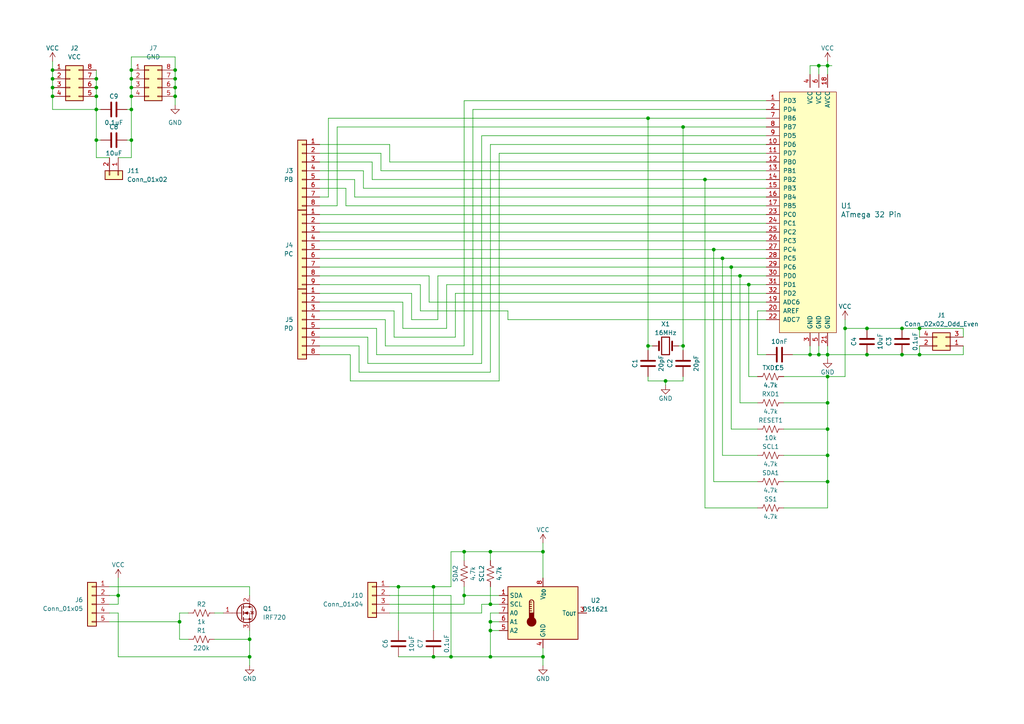
<source format=kicad_sch>
(kicad_sch (version 20230121) (generator eeschema)

  (uuid be74bbd1-6351-49fa-81a7-5ac4c1666911)

  (paper "A4")

  (title_block
    (title "Projet Maison")
    (rev "1")
    (company "Gerald Godin")
  )

  (lib_symbols
    (symbol "Connector_Generic:Conn_01x02" (pin_names (offset 1.016) hide) (in_bom yes) (on_board yes)
      (property "Reference" "J" (at 0 2.54 0)
        (effects (font (size 1.27 1.27)))
      )
      (property "Value" "Conn_01x02" (at 0 -5.08 0)
        (effects (font (size 1.27 1.27)))
      )
      (property "Footprint" "" (at 0 0 0)
        (effects (font (size 1.27 1.27)) hide)
      )
      (property "Datasheet" "~" (at 0 0 0)
        (effects (font (size 1.27 1.27)) hide)
      )
      (property "ki_keywords" "connector" (at 0 0 0)
        (effects (font (size 1.27 1.27)) hide)
      )
      (property "ki_description" "Generic connector, single row, 01x02, script generated (kicad-library-utils/schlib/autogen/connector/)" (at 0 0 0)
        (effects (font (size 1.27 1.27)) hide)
      )
      (property "ki_fp_filters" "Connector*:*_1x??_*" (at 0 0 0)
        (effects (font (size 1.27 1.27)) hide)
      )
      (symbol "Conn_01x02_1_1"
        (rectangle (start -1.27 -2.413) (end 0 -2.667)
          (stroke (width 0.1524) (type default))
          (fill (type none))
        )
        (rectangle (start -1.27 0.127) (end 0 -0.127)
          (stroke (width 0.1524) (type default))
          (fill (type none))
        )
        (rectangle (start -1.27 1.27) (end 1.27 -3.81)
          (stroke (width 0.254) (type default))
          (fill (type background))
        )
        (pin passive line (at -5.08 0 0) (length 3.81)
          (name "Pin_1" (effects (font (size 1.27 1.27))))
          (number "1" (effects (font (size 1.27 1.27))))
        )
        (pin passive line (at -5.08 -2.54 0) (length 3.81)
          (name "Pin_2" (effects (font (size 1.27 1.27))))
          (number "2" (effects (font (size 1.27 1.27))))
        )
      )
    )
    (symbol "Connector_Generic:Conn_01x04" (pin_names (offset 1.016) hide) (in_bom yes) (on_board yes)
      (property "Reference" "J" (at 0 5.08 0)
        (effects (font (size 1.27 1.27)))
      )
      (property "Value" "Conn_01x04" (at 0 -7.62 0)
        (effects (font (size 1.27 1.27)))
      )
      (property "Footprint" "" (at 0 0 0)
        (effects (font (size 1.27 1.27)) hide)
      )
      (property "Datasheet" "~" (at 0 0 0)
        (effects (font (size 1.27 1.27)) hide)
      )
      (property "ki_keywords" "connector" (at 0 0 0)
        (effects (font (size 1.27 1.27)) hide)
      )
      (property "ki_description" "Generic connector, single row, 01x04, script generated (kicad-library-utils/schlib/autogen/connector/)" (at 0 0 0)
        (effects (font (size 1.27 1.27)) hide)
      )
      (property "ki_fp_filters" "Connector*:*_1x??_*" (at 0 0 0)
        (effects (font (size 1.27 1.27)) hide)
      )
      (symbol "Conn_01x04_1_1"
        (rectangle (start -1.27 -4.953) (end 0 -5.207)
          (stroke (width 0.1524) (type default))
          (fill (type none))
        )
        (rectangle (start -1.27 -2.413) (end 0 -2.667)
          (stroke (width 0.1524) (type default))
          (fill (type none))
        )
        (rectangle (start -1.27 0.127) (end 0 -0.127)
          (stroke (width 0.1524) (type default))
          (fill (type none))
        )
        (rectangle (start -1.27 2.667) (end 0 2.413)
          (stroke (width 0.1524) (type default))
          (fill (type none))
        )
        (rectangle (start -1.27 3.81) (end 1.27 -6.35)
          (stroke (width 0.254) (type default))
          (fill (type background))
        )
        (pin passive line (at -5.08 2.54 0) (length 3.81)
          (name "Pin_1" (effects (font (size 1.27 1.27))))
          (number "1" (effects (font (size 1.27 1.27))))
        )
        (pin passive line (at -5.08 0 0) (length 3.81)
          (name "Pin_2" (effects (font (size 1.27 1.27))))
          (number "2" (effects (font (size 1.27 1.27))))
        )
        (pin passive line (at -5.08 -2.54 0) (length 3.81)
          (name "Pin_3" (effects (font (size 1.27 1.27))))
          (number "3" (effects (font (size 1.27 1.27))))
        )
        (pin passive line (at -5.08 -5.08 0) (length 3.81)
          (name "Pin_4" (effects (font (size 1.27 1.27))))
          (number "4" (effects (font (size 1.27 1.27))))
        )
      )
    )
    (symbol "Connector_Generic:Conn_01x05" (pin_names (offset 1.016) hide) (in_bom yes) (on_board yes)
      (property "Reference" "J" (at 0 7.62 0)
        (effects (font (size 1.27 1.27)))
      )
      (property "Value" "Conn_01x05" (at 0 -7.62 0)
        (effects (font (size 1.27 1.27)))
      )
      (property "Footprint" "" (at 0 0 0)
        (effects (font (size 1.27 1.27)) hide)
      )
      (property "Datasheet" "~" (at 0 0 0)
        (effects (font (size 1.27 1.27)) hide)
      )
      (property "ki_keywords" "connector" (at 0 0 0)
        (effects (font (size 1.27 1.27)) hide)
      )
      (property "ki_description" "Generic connector, single row, 01x05, script generated (kicad-library-utils/schlib/autogen/connector/)" (at 0 0 0)
        (effects (font (size 1.27 1.27)) hide)
      )
      (property "ki_fp_filters" "Connector*:*_1x??_*" (at 0 0 0)
        (effects (font (size 1.27 1.27)) hide)
      )
      (symbol "Conn_01x05_1_1"
        (rectangle (start -1.27 -4.953) (end 0 -5.207)
          (stroke (width 0.1524) (type default))
          (fill (type none))
        )
        (rectangle (start -1.27 -2.413) (end 0 -2.667)
          (stroke (width 0.1524) (type default))
          (fill (type none))
        )
        (rectangle (start -1.27 0.127) (end 0 -0.127)
          (stroke (width 0.1524) (type default))
          (fill (type none))
        )
        (rectangle (start -1.27 2.667) (end 0 2.413)
          (stroke (width 0.1524) (type default))
          (fill (type none))
        )
        (rectangle (start -1.27 5.207) (end 0 4.953)
          (stroke (width 0.1524) (type default))
          (fill (type none))
        )
        (rectangle (start -1.27 6.35) (end 1.27 -6.35)
          (stroke (width 0.254) (type default))
          (fill (type background))
        )
        (pin passive line (at -5.08 5.08 0) (length 3.81)
          (name "Pin_1" (effects (font (size 1.27 1.27))))
          (number "1" (effects (font (size 1.27 1.27))))
        )
        (pin passive line (at -5.08 2.54 0) (length 3.81)
          (name "Pin_2" (effects (font (size 1.27 1.27))))
          (number "2" (effects (font (size 1.27 1.27))))
        )
        (pin passive line (at -5.08 0 0) (length 3.81)
          (name "Pin_3" (effects (font (size 1.27 1.27))))
          (number "3" (effects (font (size 1.27 1.27))))
        )
        (pin passive line (at -5.08 -2.54 0) (length 3.81)
          (name "Pin_4" (effects (font (size 1.27 1.27))))
          (number "4" (effects (font (size 1.27 1.27))))
        )
        (pin passive line (at -5.08 -5.08 0) (length 3.81)
          (name "Pin_5" (effects (font (size 1.27 1.27))))
          (number "5" (effects (font (size 1.27 1.27))))
        )
      )
    )
    (symbol "Connector_Generic:Conn_01x08" (pin_names (offset 1.016) hide) (in_bom yes) (on_board yes)
      (property "Reference" "J" (at 0 10.16 0)
        (effects (font (size 1.27 1.27)))
      )
      (property "Value" "Conn_01x08" (at 0 -12.7 0)
        (effects (font (size 1.27 1.27)))
      )
      (property "Footprint" "" (at 0 0 0)
        (effects (font (size 1.27 1.27)) hide)
      )
      (property "Datasheet" "~" (at 0 0 0)
        (effects (font (size 1.27 1.27)) hide)
      )
      (property "ki_keywords" "connector" (at 0 0 0)
        (effects (font (size 1.27 1.27)) hide)
      )
      (property "ki_description" "Generic connector, single row, 01x08, script generated (kicad-library-utils/schlib/autogen/connector/)" (at 0 0 0)
        (effects (font (size 1.27 1.27)) hide)
      )
      (property "ki_fp_filters" "Connector*:*_1x??_*" (at 0 0 0)
        (effects (font (size 1.27 1.27)) hide)
      )
      (symbol "Conn_01x08_1_1"
        (rectangle (start -1.27 -10.033) (end 0 -10.287)
          (stroke (width 0.1524) (type default))
          (fill (type none))
        )
        (rectangle (start -1.27 -7.493) (end 0 -7.747)
          (stroke (width 0.1524) (type default))
          (fill (type none))
        )
        (rectangle (start -1.27 -4.953) (end 0 -5.207)
          (stroke (width 0.1524) (type default))
          (fill (type none))
        )
        (rectangle (start -1.27 -2.413) (end 0 -2.667)
          (stroke (width 0.1524) (type default))
          (fill (type none))
        )
        (rectangle (start -1.27 0.127) (end 0 -0.127)
          (stroke (width 0.1524) (type default))
          (fill (type none))
        )
        (rectangle (start -1.27 2.667) (end 0 2.413)
          (stroke (width 0.1524) (type default))
          (fill (type none))
        )
        (rectangle (start -1.27 5.207) (end 0 4.953)
          (stroke (width 0.1524) (type default))
          (fill (type none))
        )
        (rectangle (start -1.27 7.747) (end 0 7.493)
          (stroke (width 0.1524) (type default))
          (fill (type none))
        )
        (rectangle (start -1.27 8.89) (end 1.27 -11.43)
          (stroke (width 0.254) (type default))
          (fill (type background))
        )
        (pin passive line (at -5.08 7.62 0) (length 3.81)
          (name "Pin_1" (effects (font (size 1.27 1.27))))
          (number "1" (effects (font (size 1.27 1.27))))
        )
        (pin passive line (at -5.08 5.08 0) (length 3.81)
          (name "Pin_2" (effects (font (size 1.27 1.27))))
          (number "2" (effects (font (size 1.27 1.27))))
        )
        (pin passive line (at -5.08 2.54 0) (length 3.81)
          (name "Pin_3" (effects (font (size 1.27 1.27))))
          (number "3" (effects (font (size 1.27 1.27))))
        )
        (pin passive line (at -5.08 0 0) (length 3.81)
          (name "Pin_4" (effects (font (size 1.27 1.27))))
          (number "4" (effects (font (size 1.27 1.27))))
        )
        (pin passive line (at -5.08 -2.54 0) (length 3.81)
          (name "Pin_5" (effects (font (size 1.27 1.27))))
          (number "5" (effects (font (size 1.27 1.27))))
        )
        (pin passive line (at -5.08 -5.08 0) (length 3.81)
          (name "Pin_6" (effects (font (size 1.27 1.27))))
          (number "6" (effects (font (size 1.27 1.27))))
        )
        (pin passive line (at -5.08 -7.62 0) (length 3.81)
          (name "Pin_7" (effects (font (size 1.27 1.27))))
          (number "7" (effects (font (size 1.27 1.27))))
        )
        (pin passive line (at -5.08 -10.16 0) (length 3.81)
          (name "Pin_8" (effects (font (size 1.27 1.27))))
          (number "8" (effects (font (size 1.27 1.27))))
        )
      )
    )
    (symbol "Connector_Generic:Conn_01x09" (pin_names (offset 1.016) hide) (in_bom yes) (on_board yes)
      (property "Reference" "J" (at 0 12.7 0)
        (effects (font (size 1.27 1.27)))
      )
      (property "Value" "Conn_01x09" (at 0 -12.7 0)
        (effects (font (size 1.27 1.27)))
      )
      (property "Footprint" "" (at 0 0 0)
        (effects (font (size 1.27 1.27)) hide)
      )
      (property "Datasheet" "~" (at 0 0 0)
        (effects (font (size 1.27 1.27)) hide)
      )
      (property "ki_keywords" "connector" (at 0 0 0)
        (effects (font (size 1.27 1.27)) hide)
      )
      (property "ki_description" "Generic connector, single row, 01x09, script generated (kicad-library-utils/schlib/autogen/connector/)" (at 0 0 0)
        (effects (font (size 1.27 1.27)) hide)
      )
      (property "ki_fp_filters" "Connector*:*_1x??_*" (at 0 0 0)
        (effects (font (size 1.27 1.27)) hide)
      )
      (symbol "Conn_01x09_1_1"
        (rectangle (start -1.27 -10.033) (end 0 -10.287)
          (stroke (width 0.1524) (type default))
          (fill (type none))
        )
        (rectangle (start -1.27 -7.493) (end 0 -7.747)
          (stroke (width 0.1524) (type default))
          (fill (type none))
        )
        (rectangle (start -1.27 -4.953) (end 0 -5.207)
          (stroke (width 0.1524) (type default))
          (fill (type none))
        )
        (rectangle (start -1.27 -2.413) (end 0 -2.667)
          (stroke (width 0.1524) (type default))
          (fill (type none))
        )
        (rectangle (start -1.27 0.127) (end 0 -0.127)
          (stroke (width 0.1524) (type default))
          (fill (type none))
        )
        (rectangle (start -1.27 2.667) (end 0 2.413)
          (stroke (width 0.1524) (type default))
          (fill (type none))
        )
        (rectangle (start -1.27 5.207) (end 0 4.953)
          (stroke (width 0.1524) (type default))
          (fill (type none))
        )
        (rectangle (start -1.27 7.747) (end 0 7.493)
          (stroke (width 0.1524) (type default))
          (fill (type none))
        )
        (rectangle (start -1.27 10.287) (end 0 10.033)
          (stroke (width 0.1524) (type default))
          (fill (type none))
        )
        (rectangle (start -1.27 11.43) (end 1.27 -11.43)
          (stroke (width 0.254) (type default))
          (fill (type background))
        )
        (pin passive line (at -5.08 10.16 0) (length 3.81)
          (name "Pin_1" (effects (font (size 1.27 1.27))))
          (number "1" (effects (font (size 1.27 1.27))))
        )
        (pin passive line (at -5.08 7.62 0) (length 3.81)
          (name "Pin_2" (effects (font (size 1.27 1.27))))
          (number "2" (effects (font (size 1.27 1.27))))
        )
        (pin passive line (at -5.08 5.08 0) (length 3.81)
          (name "Pin_3" (effects (font (size 1.27 1.27))))
          (number "3" (effects (font (size 1.27 1.27))))
        )
        (pin passive line (at -5.08 2.54 0) (length 3.81)
          (name "Pin_4" (effects (font (size 1.27 1.27))))
          (number "4" (effects (font (size 1.27 1.27))))
        )
        (pin passive line (at -5.08 0 0) (length 3.81)
          (name "Pin_5" (effects (font (size 1.27 1.27))))
          (number "5" (effects (font (size 1.27 1.27))))
        )
        (pin passive line (at -5.08 -2.54 0) (length 3.81)
          (name "Pin_6" (effects (font (size 1.27 1.27))))
          (number "6" (effects (font (size 1.27 1.27))))
        )
        (pin passive line (at -5.08 -5.08 0) (length 3.81)
          (name "Pin_7" (effects (font (size 1.27 1.27))))
          (number "7" (effects (font (size 1.27 1.27))))
        )
        (pin passive line (at -5.08 -7.62 0) (length 3.81)
          (name "Pin_8" (effects (font (size 1.27 1.27))))
          (number "8" (effects (font (size 1.27 1.27))))
        )
        (pin passive line (at -5.08 -10.16 0) (length 3.81)
          (name "Pin_9" (effects (font (size 1.27 1.27))))
          (number "9" (effects (font (size 1.27 1.27))))
        )
      )
    )
    (symbol "Connector_Generic:Conn_02x02_Odd_Even" (pin_names (offset 1.016) hide) (in_bom yes) (on_board yes)
      (property "Reference" "J" (at 1.27 2.54 0)
        (effects (font (size 1.27 1.27)))
      )
      (property "Value" "Conn_02x02_Odd_Even" (at 1.27 -5.08 0)
        (effects (font (size 1.27 1.27)))
      )
      (property "Footprint" "" (at 0 0 0)
        (effects (font (size 1.27 1.27)) hide)
      )
      (property "Datasheet" "~" (at 0 0 0)
        (effects (font (size 1.27 1.27)) hide)
      )
      (property "ki_keywords" "connector" (at 0 0 0)
        (effects (font (size 1.27 1.27)) hide)
      )
      (property "ki_description" "Generic connector, double row, 02x02, odd/even pin numbering scheme (row 1 odd numbers, row 2 even numbers), script generated (kicad-library-utils/schlib/autogen/connector/)" (at 0 0 0)
        (effects (font (size 1.27 1.27)) hide)
      )
      (property "ki_fp_filters" "Connector*:*_2x??_*" (at 0 0 0)
        (effects (font (size 1.27 1.27)) hide)
      )
      (symbol "Conn_02x02_Odd_Even_1_1"
        (rectangle (start -1.27 -2.413) (end 0 -2.667)
          (stroke (width 0.1524) (type default))
          (fill (type none))
        )
        (rectangle (start -1.27 0.127) (end 0 -0.127)
          (stroke (width 0.1524) (type default))
          (fill (type none))
        )
        (rectangle (start -1.27 1.27) (end 3.81 -3.81)
          (stroke (width 0.254) (type default))
          (fill (type background))
        )
        (rectangle (start 3.81 -2.413) (end 2.54 -2.667)
          (stroke (width 0.1524) (type default))
          (fill (type none))
        )
        (rectangle (start 3.81 0.127) (end 2.54 -0.127)
          (stroke (width 0.1524) (type default))
          (fill (type none))
        )
        (pin passive line (at -5.08 0 0) (length 3.81)
          (name "Pin_1" (effects (font (size 1.27 1.27))))
          (number "1" (effects (font (size 1.27 1.27))))
        )
        (pin passive line (at 7.62 0 180) (length 3.81)
          (name "Pin_2" (effects (font (size 1.27 1.27))))
          (number "2" (effects (font (size 1.27 1.27))))
        )
        (pin passive line (at -5.08 -2.54 0) (length 3.81)
          (name "Pin_3" (effects (font (size 1.27 1.27))))
          (number "3" (effects (font (size 1.27 1.27))))
        )
        (pin passive line (at 7.62 -2.54 180) (length 3.81)
          (name "Pin_4" (effects (font (size 1.27 1.27))))
          (number "4" (effects (font (size 1.27 1.27))))
        )
      )
    )
    (symbol "Connector_Generic:Conn_02x04_Counter_Clockwise" (pin_names (offset 1.016) hide) (in_bom yes) (on_board yes)
      (property "Reference" "J" (at 1.27 5.08 0)
        (effects (font (size 1.27 1.27)))
      )
      (property "Value" "Conn_02x04_Counter_Clockwise" (at 1.27 -7.62 0)
        (effects (font (size 1.27 1.27)))
      )
      (property "Footprint" "" (at 0 0 0)
        (effects (font (size 1.27 1.27)) hide)
      )
      (property "Datasheet" "~" (at 0 0 0)
        (effects (font (size 1.27 1.27)) hide)
      )
      (property "ki_keywords" "connector" (at 0 0 0)
        (effects (font (size 1.27 1.27)) hide)
      )
      (property "ki_description" "Generic connector, double row, 02x04, counter clockwise pin numbering scheme (similar to DIP package numbering), script generated (kicad-library-utils/schlib/autogen/connector/)" (at 0 0 0)
        (effects (font (size 1.27 1.27)) hide)
      )
      (property "ki_fp_filters" "Connector*:*_2x??_*" (at 0 0 0)
        (effects (font (size 1.27 1.27)) hide)
      )
      (symbol "Conn_02x04_Counter_Clockwise_1_1"
        (rectangle (start -1.27 -4.953) (end 0 -5.207)
          (stroke (width 0.1524) (type default))
          (fill (type none))
        )
        (rectangle (start -1.27 -2.413) (end 0 -2.667)
          (stroke (width 0.1524) (type default))
          (fill (type none))
        )
        (rectangle (start -1.27 0.127) (end 0 -0.127)
          (stroke (width 0.1524) (type default))
          (fill (type none))
        )
        (rectangle (start -1.27 2.667) (end 0 2.413)
          (stroke (width 0.1524) (type default))
          (fill (type none))
        )
        (rectangle (start -1.27 3.81) (end 3.81 -6.35)
          (stroke (width 0.254) (type default))
          (fill (type background))
        )
        (rectangle (start 3.81 -4.953) (end 2.54 -5.207)
          (stroke (width 0.1524) (type default))
          (fill (type none))
        )
        (rectangle (start 3.81 -2.413) (end 2.54 -2.667)
          (stroke (width 0.1524) (type default))
          (fill (type none))
        )
        (rectangle (start 3.81 0.127) (end 2.54 -0.127)
          (stroke (width 0.1524) (type default))
          (fill (type none))
        )
        (rectangle (start 3.81 2.667) (end 2.54 2.413)
          (stroke (width 0.1524) (type default))
          (fill (type none))
        )
        (pin passive line (at -5.08 2.54 0) (length 3.81)
          (name "Pin_1" (effects (font (size 1.27 1.27))))
          (number "1" (effects (font (size 1.27 1.27))))
        )
        (pin passive line (at -5.08 0 0) (length 3.81)
          (name "Pin_2" (effects (font (size 1.27 1.27))))
          (number "2" (effects (font (size 1.27 1.27))))
        )
        (pin passive line (at -5.08 -2.54 0) (length 3.81)
          (name "Pin_3" (effects (font (size 1.27 1.27))))
          (number "3" (effects (font (size 1.27 1.27))))
        )
        (pin passive line (at -5.08 -5.08 0) (length 3.81)
          (name "Pin_4" (effects (font (size 1.27 1.27))))
          (number "4" (effects (font (size 1.27 1.27))))
        )
        (pin passive line (at 7.62 -5.08 180) (length 3.81)
          (name "Pin_5" (effects (font (size 1.27 1.27))))
          (number "5" (effects (font (size 1.27 1.27))))
        )
        (pin passive line (at 7.62 -2.54 180) (length 3.81)
          (name "Pin_6" (effects (font (size 1.27 1.27))))
          (number "6" (effects (font (size 1.27 1.27))))
        )
        (pin passive line (at 7.62 0 180) (length 3.81)
          (name "Pin_7" (effects (font (size 1.27 1.27))))
          (number "7" (effects (font (size 1.27 1.27))))
        )
        (pin passive line (at 7.62 2.54 180) (length 3.81)
          (name "Pin_8" (effects (font (size 1.27 1.27))))
          (number "8" (effects (font (size 1.27 1.27))))
        )
      )
    )
    (symbol "Device:C" (pin_numbers hide) (pin_names (offset 0.254)) (in_bom yes) (on_board yes)
      (property "Reference" "C" (at 0.635 2.54 0)
        (effects (font (size 1.27 1.27)) (justify left))
      )
      (property "Value" "C" (at 0.635 -2.54 0)
        (effects (font (size 1.27 1.27)) (justify left))
      )
      (property "Footprint" "" (at 0.9652 -3.81 0)
        (effects (font (size 1.27 1.27)) hide)
      )
      (property "Datasheet" "~" (at 0 0 0)
        (effects (font (size 1.27 1.27)) hide)
      )
      (property "ki_keywords" "cap capacitor" (at 0 0 0)
        (effects (font (size 1.27 1.27)) hide)
      )
      (property "ki_description" "Unpolarized capacitor" (at 0 0 0)
        (effects (font (size 1.27 1.27)) hide)
      )
      (property "ki_fp_filters" "C_*" (at 0 0 0)
        (effects (font (size 1.27 1.27)) hide)
      )
      (symbol "C_0_1"
        (polyline
          (pts
            (xy -2.032 -0.762)
            (xy 2.032 -0.762)
          )
          (stroke (width 0.508) (type default))
          (fill (type none))
        )
        (polyline
          (pts
            (xy -2.032 0.762)
            (xy 2.032 0.762)
          )
          (stroke (width 0.508) (type default))
          (fill (type none))
        )
      )
      (symbol "C_1_1"
        (pin passive line (at 0 3.81 270) (length 2.794)
          (name "~" (effects (font (size 1.27 1.27))))
          (number "1" (effects (font (size 1.27 1.27))))
        )
        (pin passive line (at 0 -3.81 90) (length 2.794)
          (name "~" (effects (font (size 1.27 1.27))))
          (number "2" (effects (font (size 1.27 1.27))))
        )
      )
    )
    (symbol "Device:Crystal" (pin_numbers hide) (pin_names (offset 1.016) hide) (in_bom yes) (on_board yes)
      (property "Reference" "Y" (at 0 3.81 0)
        (effects (font (size 1.27 1.27)))
      )
      (property "Value" "Crystal" (at 0 -3.81 0)
        (effects (font (size 1.27 1.27)))
      )
      (property "Footprint" "" (at 0 0 0)
        (effects (font (size 1.27 1.27)) hide)
      )
      (property "Datasheet" "~" (at 0 0 0)
        (effects (font (size 1.27 1.27)) hide)
      )
      (property "ki_keywords" "quartz ceramic resonator oscillator" (at 0 0 0)
        (effects (font (size 1.27 1.27)) hide)
      )
      (property "ki_description" "Two pin crystal" (at 0 0 0)
        (effects (font (size 1.27 1.27)) hide)
      )
      (property "ki_fp_filters" "Crystal*" (at 0 0 0)
        (effects (font (size 1.27 1.27)) hide)
      )
      (symbol "Crystal_0_1"
        (rectangle (start -1.143 2.54) (end 1.143 -2.54)
          (stroke (width 0.3048) (type default))
          (fill (type none))
        )
        (polyline
          (pts
            (xy -2.54 0)
            (xy -1.905 0)
          )
          (stroke (width 0) (type default))
          (fill (type none))
        )
        (polyline
          (pts
            (xy -1.905 -1.27)
            (xy -1.905 1.27)
          )
          (stroke (width 0.508) (type default))
          (fill (type none))
        )
        (polyline
          (pts
            (xy 1.905 -1.27)
            (xy 1.905 1.27)
          )
          (stroke (width 0.508) (type default))
          (fill (type none))
        )
        (polyline
          (pts
            (xy 2.54 0)
            (xy 1.905 0)
          )
          (stroke (width 0) (type default))
          (fill (type none))
        )
      )
      (symbol "Crystal_1_1"
        (pin passive line (at -3.81 0 0) (length 1.27)
          (name "1" (effects (font (size 1.27 1.27))))
          (number "1" (effects (font (size 1.27 1.27))))
        )
        (pin passive line (at 3.81 0 180) (length 1.27)
          (name "2" (effects (font (size 1.27 1.27))))
          (number "2" (effects (font (size 1.27 1.27))))
        )
      )
    )
    (symbol "Device:Q_NMOS_GDS" (pin_names (offset 0) hide) (in_bom yes) (on_board yes)
      (property "Reference" "Q" (at 5.08 1.27 0)
        (effects (font (size 1.27 1.27)) (justify left))
      )
      (property "Value" "Q_NMOS_GDS" (at 5.08 -1.27 0)
        (effects (font (size 1.27 1.27)) (justify left))
      )
      (property "Footprint" "" (at 5.08 2.54 0)
        (effects (font (size 1.27 1.27)) hide)
      )
      (property "Datasheet" "~" (at 0 0 0)
        (effects (font (size 1.27 1.27)) hide)
      )
      (property "ki_keywords" "transistor NMOS N-MOS N-MOSFET" (at 0 0 0)
        (effects (font (size 1.27 1.27)) hide)
      )
      (property "ki_description" "N-MOSFET transistor, gate/drain/source" (at 0 0 0)
        (effects (font (size 1.27 1.27)) hide)
      )
      (symbol "Q_NMOS_GDS_0_1"
        (polyline
          (pts
            (xy 0.254 0)
            (xy -2.54 0)
          )
          (stroke (width 0) (type default))
          (fill (type none))
        )
        (polyline
          (pts
            (xy 0.254 1.905)
            (xy 0.254 -1.905)
          )
          (stroke (width 0.254) (type default))
          (fill (type none))
        )
        (polyline
          (pts
            (xy 0.762 -1.27)
            (xy 0.762 -2.286)
          )
          (stroke (width 0.254) (type default))
          (fill (type none))
        )
        (polyline
          (pts
            (xy 0.762 0.508)
            (xy 0.762 -0.508)
          )
          (stroke (width 0.254) (type default))
          (fill (type none))
        )
        (polyline
          (pts
            (xy 0.762 2.286)
            (xy 0.762 1.27)
          )
          (stroke (width 0.254) (type default))
          (fill (type none))
        )
        (polyline
          (pts
            (xy 2.54 2.54)
            (xy 2.54 1.778)
          )
          (stroke (width 0) (type default))
          (fill (type none))
        )
        (polyline
          (pts
            (xy 2.54 -2.54)
            (xy 2.54 0)
            (xy 0.762 0)
          )
          (stroke (width 0) (type default))
          (fill (type none))
        )
        (polyline
          (pts
            (xy 0.762 -1.778)
            (xy 3.302 -1.778)
            (xy 3.302 1.778)
            (xy 0.762 1.778)
          )
          (stroke (width 0) (type default))
          (fill (type none))
        )
        (polyline
          (pts
            (xy 1.016 0)
            (xy 2.032 0.381)
            (xy 2.032 -0.381)
            (xy 1.016 0)
          )
          (stroke (width 0) (type default))
          (fill (type outline))
        )
        (polyline
          (pts
            (xy 2.794 0.508)
            (xy 2.921 0.381)
            (xy 3.683 0.381)
            (xy 3.81 0.254)
          )
          (stroke (width 0) (type default))
          (fill (type none))
        )
        (polyline
          (pts
            (xy 3.302 0.381)
            (xy 2.921 -0.254)
            (xy 3.683 -0.254)
            (xy 3.302 0.381)
          )
          (stroke (width 0) (type default))
          (fill (type none))
        )
        (circle (center 1.651 0) (radius 2.794)
          (stroke (width 0.254) (type default))
          (fill (type none))
        )
        (circle (center 2.54 -1.778) (radius 0.254)
          (stroke (width 0) (type default))
          (fill (type outline))
        )
        (circle (center 2.54 1.778) (radius 0.254)
          (stroke (width 0) (type default))
          (fill (type outline))
        )
      )
      (symbol "Q_NMOS_GDS_1_1"
        (pin input line (at -5.08 0 0) (length 2.54)
          (name "G" (effects (font (size 1.27 1.27))))
          (number "1" (effects (font (size 1.27 1.27))))
        )
        (pin passive line (at 2.54 5.08 270) (length 2.54)
          (name "D" (effects (font (size 1.27 1.27))))
          (number "2" (effects (font (size 1.27 1.27))))
        )
        (pin passive line (at 2.54 -5.08 90) (length 2.54)
          (name "S" (effects (font (size 1.27 1.27))))
          (number "3" (effects (font (size 1.27 1.27))))
        )
      )
    )
    (symbol "Device:R_US" (pin_numbers hide) (pin_names (offset 0)) (in_bom yes) (on_board yes)
      (property "Reference" "R" (at 2.54 0 90)
        (effects (font (size 1.27 1.27)))
      )
      (property "Value" "R_US" (at -2.54 0 90)
        (effects (font (size 1.27 1.27)))
      )
      (property "Footprint" "" (at 1.016 -0.254 90)
        (effects (font (size 1.27 1.27)) hide)
      )
      (property "Datasheet" "~" (at 0 0 0)
        (effects (font (size 1.27 1.27)) hide)
      )
      (property "ki_keywords" "R res resistor" (at 0 0 0)
        (effects (font (size 1.27 1.27)) hide)
      )
      (property "ki_description" "Resistor, US symbol" (at 0 0 0)
        (effects (font (size 1.27 1.27)) hide)
      )
      (property "ki_fp_filters" "R_*" (at 0 0 0)
        (effects (font (size 1.27 1.27)) hide)
      )
      (symbol "R_US_0_1"
        (polyline
          (pts
            (xy 0 -2.286)
            (xy 0 -2.54)
          )
          (stroke (width 0) (type default))
          (fill (type none))
        )
        (polyline
          (pts
            (xy 0 2.286)
            (xy 0 2.54)
          )
          (stroke (width 0) (type default))
          (fill (type none))
        )
        (polyline
          (pts
            (xy 0 -0.762)
            (xy 1.016 -1.143)
            (xy 0 -1.524)
            (xy -1.016 -1.905)
            (xy 0 -2.286)
          )
          (stroke (width 0) (type default))
          (fill (type none))
        )
        (polyline
          (pts
            (xy 0 0.762)
            (xy 1.016 0.381)
            (xy 0 0)
            (xy -1.016 -0.381)
            (xy 0 -0.762)
          )
          (stroke (width 0) (type default))
          (fill (type none))
        )
        (polyline
          (pts
            (xy 0 2.286)
            (xy 1.016 1.905)
            (xy 0 1.524)
            (xy -1.016 1.143)
            (xy 0 0.762)
          )
          (stroke (width 0) (type default))
          (fill (type none))
        )
      )
      (symbol "R_US_1_1"
        (pin passive line (at 0 3.81 270) (length 1.27)
          (name "~" (effects (font (size 1.27 1.27))))
          (number "1" (effects (font (size 1.27 1.27))))
        )
        (pin passive line (at 0 -3.81 90) (length 1.27)
          (name "~" (effects (font (size 1.27 1.27))))
          (number "2" (effects (font (size 1.27 1.27))))
        )
      )
    )
    (symbol "Sensor_Temperature:DS1621" (in_bom yes) (on_board yes)
      (property "Reference" "U" (at -7.62 8.89 0)
        (effects (font (size 1.27 1.27)))
      )
      (property "Value" "DS1621" (at 6.35 8.89 0)
        (effects (font (size 1.27 1.27)))
      )
      (property "Footprint" "Package_DIP:DIP-8_W7.62mm" (at -17.78 -8.89 0)
        (effects (font (size 1.27 1.27)) hide)
      )
      (property "Datasheet" "https://datasheets.maximintegrated.com/en/ds/DS1621.pdf" (at -3.81 6.35 0)
        (effects (font (size 1.27 1.27)) hide)
      )
      (property "ki_keywords" "OneWire 1-Wire 1Wire Maxim Dallas" (at 0 0 0)
        (effects (font (size 1.27 1.27)) hide)
      )
      (property "ki_description" "1-Wire Digital Thermometer and Thermostat, DIP-8" (at 0 0 0)
        (effects (font (size 1.27 1.27)) hide)
      )
      (property "ki_fp_filters" "DIP*W7.62mm*" (at 0 0 0)
        (effects (font (size 1.27 1.27)) hide)
      )
      (symbol "DS1621_0_1"
        (rectangle (start -10.16 7.62) (end 10.16 -7.62)
          (stroke (width 0.254) (type default))
          (fill (type background))
        )
        (circle (center -3.302 -2.54) (radius 1.27)
          (stroke (width 0.254) (type default))
          (fill (type outline))
        )
        (rectangle (start -2.667 -1.905) (end -3.937 0)
          (stroke (width 0.254) (type default))
          (fill (type outline))
        )
        (arc (start -2.667 3.175) (mid -3.302 3.8073) (end -3.937 3.175)
          (stroke (width 0.254) (type default))
          (fill (type none))
        )
        (polyline
          (pts
            (xy -3.937 0.635)
            (xy -3.302 0.635)
          )
          (stroke (width 0.254) (type default))
          (fill (type none))
        )
        (polyline
          (pts
            (xy -3.937 1.27)
            (xy -3.302 1.27)
          )
          (stroke (width 0.254) (type default))
          (fill (type none))
        )
        (polyline
          (pts
            (xy -3.937 1.905)
            (xy -3.302 1.905)
          )
          (stroke (width 0.254) (type default))
          (fill (type none))
        )
        (polyline
          (pts
            (xy -3.937 2.54)
            (xy -3.302 2.54)
          )
          (stroke (width 0.254) (type default))
          (fill (type none))
        )
        (polyline
          (pts
            (xy -3.937 3.175)
            (xy -3.937 0)
          )
          (stroke (width 0.254) (type default))
          (fill (type none))
        )
        (polyline
          (pts
            (xy -3.937 3.175)
            (xy -3.302 3.175)
          )
          (stroke (width 0.254) (type default))
          (fill (type none))
        )
        (polyline
          (pts
            (xy -2.667 3.175)
            (xy -2.667 0)
          )
          (stroke (width 0.254) (type default))
          (fill (type none))
        )
      )
      (symbol "DS1621_1_1"
        (pin bidirectional line (at -12.7 5.08 0) (length 2.54)
          (name "SDA" (effects (font (size 1.27 1.27))))
          (number "1" (effects (font (size 1.27 1.27))))
        )
        (pin input line (at -12.7 2.54 0) (length 2.54)
          (name "SCL" (effects (font (size 1.27 1.27))))
          (number "2" (effects (font (size 1.27 1.27))))
        )
        (pin output line (at 12.7 0 180) (length 2.54)
          (name "T_{OUT}" (effects (font (size 1.27 1.27))))
          (number "3" (effects (font (size 1.27 1.27))))
        )
        (pin power_in line (at 0 -10.16 90) (length 2.54)
          (name "GND" (effects (font (size 1.27 1.27))))
          (number "4" (effects (font (size 1.27 1.27))))
        )
        (pin input line (at -12.7 -5.08 0) (length 2.54)
          (name "A2" (effects (font (size 1.27 1.27))))
          (number "5" (effects (font (size 1.27 1.27))))
        )
        (pin input line (at -12.7 -2.54 0) (length 2.54)
          (name "A1" (effects (font (size 1.27 1.27))))
          (number "6" (effects (font (size 1.27 1.27))))
        )
        (pin input line (at -12.7 0 0) (length 2.54)
          (name "A0" (effects (font (size 1.27 1.27))))
          (number "7" (effects (font (size 1.27 1.27))))
        )
        (pin power_in line (at 0 10.16 270) (length 2.54)
          (name "V_{DD}" (effects (font (size 1.27 1.27))))
          (number "8" (effects (font (size 1.27 1.27))))
        )
      )
    )
    (symbol "dk_Embedded-Microcontrollers:ATMEGA328P-AU" (pin_names (offset 1.016)) (in_bom yes) (on_board yes)
      (property "Reference" "U" (at -8.89 38.1 0)
        (effects (font (size 1.524 1.524)) (justify left))
      )
      (property "Value" "ATMEGA328P-AU" (at 2.54 1.27 90)
        (effects (font (size 1.524 1.524)))
      )
      (property "Footprint" "digikey-footprints:TQFP-32_7x7mm" (at 5.08 5.08 0)
        (effects (font (size 1.524 1.524)) (justify left) hide)
      )
      (property "Datasheet" "http://www.microchip.com/mymicrochip/filehandler.aspx?ddocname=en608326" (at 5.08 7.62 0)
        (effects (font (size 1.524 1.524)) (justify left) hide)
      )
      (property "Digi-Key_PN" "ATMEGA328P-AU-ND" (at 5.08 10.16 0)
        (effects (font (size 1.524 1.524)) (justify left) hide)
      )
      (property "MPN" "ATMEGA328P-AU" (at 5.08 12.7 0)
        (effects (font (size 1.524 1.524)) (justify left) hide)
      )
      (property "Category" "Integrated Circuits (ICs)" (at 5.08 15.24 0)
        (effects (font (size 1.524 1.524)) (justify left) hide)
      )
      (property "Family" "Embedded - Microcontrollers" (at 5.08 17.78 0)
        (effects (font (size 1.524 1.524)) (justify left) hide)
      )
      (property "DK_Datasheet_Link" "http://www.microchip.com/mymicrochip/filehandler.aspx?ddocname=en608326" (at 5.08 20.32 0)
        (effects (font (size 1.524 1.524)) (justify left) hide)
      )
      (property "DK_Detail_Page" "/product-detail/en/microchip-technology/ATMEGA328P-AU/ATMEGA328P-AU-ND/1832260" (at 5.08 22.86 0)
        (effects (font (size 1.524 1.524)) (justify left) hide)
      )
      (property "Description" "IC MCU 8BIT 32KB FLASH 32TQFP" (at 5.08 25.4 0)
        (effects (font (size 1.524 1.524)) (justify left) hide)
      )
      (property "Manufacturer" "Microchip Technology" (at 5.08 27.94 0)
        (effects (font (size 1.524 1.524)) (justify left) hide)
      )
      (property "Status" "Active" (at 5.08 30.48 0)
        (effects (font (size 1.524 1.524)) (justify left) hide)
      )
      (property "ki_description" "IC MCU 8BIT 32KB FLASH 32TQFP" (at 0 0 0)
        (effects (font (size 1.27 1.27)) hide)
      )
      (symbol "ATMEGA328P-AU_0_1"
        (rectangle (start -8.89 35.56) (end 7.62 -34.29)
          (stroke (width 0) (type solid))
          (fill (type background))
        )
      )
      (symbol "ATMEGA328P-AU_1_1"
        (pin bidirectional line (at -12.7 33.02 0) (length 3.81)
          (name "PD3" (effects (font (size 1.27 1.27))))
          (number "1" (effects (font (size 1.27 1.27))))
        )
        (pin bidirectional line (at -12.7 20.32 0) (length 3.81)
          (name "PD6" (effects (font (size 1.27 1.27))))
          (number "10" (effects (font (size 1.27 1.27))))
        )
        (pin bidirectional line (at -12.7 17.78 0) (length 3.81)
          (name "PD7" (effects (font (size 1.27 1.27))))
          (number "11" (effects (font (size 1.27 1.27))))
        )
        (pin bidirectional line (at -12.7 15.24 0) (length 3.81)
          (name "PB0" (effects (font (size 1.27 1.27))))
          (number "12" (effects (font (size 1.27 1.27))))
        )
        (pin bidirectional line (at -12.7 12.7 0) (length 3.81)
          (name "PB1" (effects (font (size 1.27 1.27))))
          (number "13" (effects (font (size 1.27 1.27))))
        )
        (pin bidirectional line (at -12.7 10.16 0) (length 3.81)
          (name "PB2" (effects (font (size 1.27 1.27))))
          (number "14" (effects (font (size 1.27 1.27))))
        )
        (pin bidirectional line (at -12.7 7.62 0) (length 3.81)
          (name "PB3" (effects (font (size 1.27 1.27))))
          (number "15" (effects (font (size 1.27 1.27))))
        )
        (pin bidirectional line (at -12.7 5.08 0) (length 3.81)
          (name "PB4" (effects (font (size 1.27 1.27))))
          (number "16" (effects (font (size 1.27 1.27))))
        )
        (pin bidirectional line (at -12.7 2.54 0) (length 3.81)
          (name "PB5" (effects (font (size 1.27 1.27))))
          (number "17" (effects (font (size 1.27 1.27))))
        )
        (pin power_in line (at 5.08 40.64 270) (length 3.81)
          (name "AVCC" (effects (font (size 1.27 1.27))))
          (number "18" (effects (font (size 1.27 1.27))))
        )
        (pin input line (at -12.7 -25.4 0) (length 3.81)
          (name "ADC6" (effects (font (size 1.27 1.27))))
          (number "19" (effects (font (size 1.27 1.27))))
        )
        (pin bidirectional line (at -12.7 30.48 0) (length 3.81)
          (name "PD4" (effects (font (size 1.27 1.27))))
          (number "2" (effects (font (size 1.27 1.27))))
        )
        (pin input line (at -12.7 -27.94 0) (length 3.81)
          (name "AREF" (effects (font (size 1.27 1.27))))
          (number "20" (effects (font (size 1.27 1.27))))
        )
        (pin power_in line (at 5.08 -38.1 90) (length 3.81)
          (name "GND" (effects (font (size 1.27 1.27))))
          (number "21" (effects (font (size 1.27 1.27))))
        )
        (pin input line (at -12.7 -30.48 0) (length 3.81)
          (name "ADC7" (effects (font (size 1.27 1.27))))
          (number "22" (effects (font (size 1.27 1.27))))
        )
        (pin bidirectional line (at -12.7 0 0) (length 3.81)
          (name "PC0" (effects (font (size 1.27 1.27))))
          (number "23" (effects (font (size 1.27 1.27))))
        )
        (pin bidirectional line (at -12.7 -2.54 0) (length 3.81)
          (name "PC1" (effects (font (size 1.27 1.27))))
          (number "24" (effects (font (size 1.27 1.27))))
        )
        (pin bidirectional line (at -12.7 -5.08 0) (length 3.81)
          (name "PC2" (effects (font (size 1.27 1.27))))
          (number "25" (effects (font (size 1.27 1.27))))
        )
        (pin bidirectional line (at -12.7 -7.62 0) (length 3.81)
          (name "PC3" (effects (font (size 1.27 1.27))))
          (number "26" (effects (font (size 1.27 1.27))))
        )
        (pin bidirectional line (at -12.7 -10.16 0) (length 3.81)
          (name "PC4" (effects (font (size 1.27 1.27))))
          (number "27" (effects (font (size 1.27 1.27))))
        )
        (pin bidirectional line (at -12.7 -12.7 0) (length 3.81)
          (name "PC5" (effects (font (size 1.27 1.27))))
          (number "28" (effects (font (size 1.27 1.27))))
        )
        (pin bidirectional line (at -12.7 -15.24 0) (length 3.81)
          (name "PC6" (effects (font (size 1.27 1.27))))
          (number "29" (effects (font (size 1.27 1.27))))
        )
        (pin power_in line (at 0 -38.1 90) (length 3.81)
          (name "GND" (effects (font (size 1.27 1.27))))
          (number "3" (effects (font (size 1.27 1.27))))
        )
        (pin bidirectional line (at -12.7 -17.78 0) (length 3.81)
          (name "PD0" (effects (font (size 1.27 1.27))))
          (number "30" (effects (font (size 1.27 1.27))))
        )
        (pin bidirectional line (at -12.7 -20.32 0) (length 3.81)
          (name "PD1" (effects (font (size 1.27 1.27))))
          (number "31" (effects (font (size 1.27 1.27))))
        )
        (pin bidirectional line (at -12.7 -22.86 0) (length 3.81)
          (name "PD2" (effects (font (size 1.27 1.27))))
          (number "32" (effects (font (size 1.27 1.27))))
        )
        (pin power_in line (at 0 40.64 270) (length 3.81)
          (name "VCC" (effects (font (size 1.27 1.27))))
          (number "4" (effects (font (size 1.27 1.27))))
        )
        (pin power_in line (at 2.54 -38.1 90) (length 3.81)
          (name "GND" (effects (font (size 1.27 1.27))))
          (number "5" (effects (font (size 1.27 1.27))))
        )
        (pin power_in line (at 2.54 40.64 270) (length 3.81)
          (name "VCC" (effects (font (size 1.27 1.27))))
          (number "6" (effects (font (size 1.27 1.27))))
        )
        (pin bidirectional line (at -12.7 27.94 0) (length 3.81)
          (name "PB6" (effects (font (size 1.27 1.27))))
          (number "7" (effects (font (size 1.27 1.27))))
        )
        (pin bidirectional line (at -12.7 25.4 0) (length 3.81)
          (name "PB7" (effects (font (size 1.27 1.27))))
          (number "8" (effects (font (size 1.27 1.27))))
        )
        (pin bidirectional line (at -12.7 22.86 0) (length 3.81)
          (name "PD5" (effects (font (size 1.27 1.27))))
          (number "9" (effects (font (size 1.27 1.27))))
        )
      )
    )
    (symbol "power:GND" (power) (pin_names (offset 0)) (in_bom yes) (on_board yes)
      (property "Reference" "#PWR" (at 0 -6.35 0)
        (effects (font (size 1.27 1.27)) hide)
      )
      (property "Value" "GND" (at 0 -3.81 0)
        (effects (font (size 1.27 1.27)))
      )
      (property "Footprint" "" (at 0 0 0)
        (effects (font (size 1.27 1.27)) hide)
      )
      (property "Datasheet" "" (at 0 0 0)
        (effects (font (size 1.27 1.27)) hide)
      )
      (property "ki_keywords" "global power" (at 0 0 0)
        (effects (font (size 1.27 1.27)) hide)
      )
      (property "ki_description" "Power symbol creates a global label with name \"GND\" , ground" (at 0 0 0)
        (effects (font (size 1.27 1.27)) hide)
      )
      (symbol "GND_0_1"
        (polyline
          (pts
            (xy 0 0)
            (xy 0 -1.27)
            (xy 1.27 -1.27)
            (xy 0 -2.54)
            (xy -1.27 -1.27)
            (xy 0 -1.27)
          )
          (stroke (width 0) (type default))
          (fill (type none))
        )
      )
      (symbol "GND_1_1"
        (pin power_in line (at 0 0 270) (length 0) hide
          (name "GND" (effects (font (size 1.27 1.27))))
          (number "1" (effects (font (size 1.27 1.27))))
        )
      )
    )
    (symbol "power:VCC" (power) (pin_names (offset 0)) (in_bom yes) (on_board yes)
      (property "Reference" "#PWR" (at 0 -3.81 0)
        (effects (font (size 1.27 1.27)) hide)
      )
      (property "Value" "VCC" (at 0 3.81 0)
        (effects (font (size 1.27 1.27)))
      )
      (property "Footprint" "" (at 0 0 0)
        (effects (font (size 1.27 1.27)) hide)
      )
      (property "Datasheet" "" (at 0 0 0)
        (effects (font (size 1.27 1.27)) hide)
      )
      (property "ki_keywords" "global power" (at 0 0 0)
        (effects (font (size 1.27 1.27)) hide)
      )
      (property "ki_description" "Power symbol creates a global label with name \"VCC\"" (at 0 0 0)
        (effects (font (size 1.27 1.27)) hide)
      )
      (symbol "VCC_0_1"
        (polyline
          (pts
            (xy -0.762 1.27)
            (xy 0 2.54)
          )
          (stroke (width 0) (type default))
          (fill (type none))
        )
        (polyline
          (pts
            (xy 0 0)
            (xy 0 2.54)
          )
          (stroke (width 0) (type default))
          (fill (type none))
        )
        (polyline
          (pts
            (xy 0 2.54)
            (xy 0.762 1.27)
          )
          (stroke (width 0) (type default))
          (fill (type none))
        )
      )
      (symbol "VCC_1_1"
        (pin power_in line (at 0 0 90) (length 0) hide
          (name "VCC" (effects (font (size 1.27 1.27))))
          (number "1" (effects (font (size 1.27 1.27))))
        )
      )
    )
  )

  (junction (at 125.73 190.5) (diameter 0) (color 0 0 0 0)
    (uuid 0367070b-fabe-40d2-997d-e2f4618a3899)
  )
  (junction (at 38.1 27.94) (diameter 0) (color 0 0 0 0)
    (uuid 0b2235bf-a138-4a56-be0e-c5b4a080df27)
  )
  (junction (at 214.63 80.01) (diameter 0) (color 0 0 0 0)
    (uuid 0d8b3b40-cdc5-42e7-8d3c-3ea644e06153)
  )
  (junction (at 72.39 185.42) (diameter 0) (color 0 0 0 0)
    (uuid 0df9566d-8ffd-4ddd-93b3-a68c44294697)
  )
  (junction (at 240.03 116.84) (diameter 0) (color 0 0 0 0)
    (uuid 0ea90fae-eaba-49bf-8e4a-eded4a847400)
  )
  (junction (at 50.8 22.86) (diameter 0) (color 0 0 0 0)
    (uuid 100857c5-1871-44f3-8c50-4c7447c0a9a6)
  )
  (junction (at 237.49 19.05) (diameter 0) (color 0 0 0 0)
    (uuid 1378e288-c9d4-4db4-9301-0eba6e5d2425)
  )
  (junction (at 240.03 102.87) (diameter 0) (color 0 0 0 0)
    (uuid 16fe1f37-d2e8-41db-a78c-dab006aefb2a)
  )
  (junction (at 237.49 102.87) (diameter 0) (color 0 0 0 0)
    (uuid 178b1e15-b2b7-4113-b190-1e179f022e32)
  )
  (junction (at 130.81 190.5) (diameter 0) (color 0 0 0 0)
    (uuid 1e866f95-b23b-4c2a-abf8-ccf1dcabf0ca)
  )
  (junction (at 27.94 22.86) (diameter 0) (color 0 0 0 0)
    (uuid 2111d0b4-6f4b-4873-8fdd-95df3884daff)
  )
  (junction (at 245.11 95.25) (diameter 0) (color 0 0 0 0)
    (uuid 21d9b53a-ffca-471e-909a-dab9a38cf3f8)
  )
  (junction (at 198.12 36.83) (diameter 0) (color 0 0 0 0)
    (uuid 23550aaa-170f-46b1-8716-9ac77bf93554)
  )
  (junction (at 157.48 190.5) (diameter 0) (color 0 0 0 0)
    (uuid 248615d2-4583-47ef-9f1b-486cafbf3e75)
  )
  (junction (at 27.94 40.64) (diameter 0) (color 0 0 0 0)
    (uuid 26f1996d-7603-4fe5-ae0a-dba17c2ad30f)
  )
  (junction (at 240.03 139.7) (diameter 0) (color 0 0 0 0)
    (uuid 28227dc4-cdae-48f0-9bf6-1139f21128ce)
  )
  (junction (at 142.24 180.34) (diameter 0) (color 0 0 0 0)
    (uuid 2b4eac29-8f41-4f31-93db-73bf7ba402b4)
  )
  (junction (at 266.7 95.25) (diameter 0) (color 0 0 0 0)
    (uuid 33b8952a-8154-4287-8f64-0b17a5e284c5)
  )
  (junction (at 240.03 109.22) (diameter 0) (color 0 0 0 0)
    (uuid 354afc64-1cb2-4e14-bf74-a6c7e4f9a3d7)
  )
  (junction (at 142.24 182.88) (diameter 0) (color 0 0 0 0)
    (uuid 36328bbd-3967-4c5f-9a46-5abcd532b670)
  )
  (junction (at 27.94 31.75) (diameter 0) (color 0 0 0 0)
    (uuid 3720ec36-74a2-432f-8a12-5bff5e91376d)
  )
  (junction (at 27.94 27.94) (diameter 0) (color 0 0 0 0)
    (uuid 3d647131-a1a5-4287-92d5-5ea545df6195)
  )
  (junction (at 217.17 82.55) (diameter 0) (color 0 0 0 0)
    (uuid 4377aecf-941d-45fb-acac-a956c3fbb64e)
  )
  (junction (at 187.96 100.33) (diameter 0) (color 0 0 0 0)
    (uuid 4fb3526c-24e6-4539-a804-72c12a6c1579)
  )
  (junction (at 115.57 170.18) (diameter 0) (color 0 0 0 0)
    (uuid 50ca6ff0-8c13-41c4-9d33-d7095956758f)
  )
  (junction (at 251.46 102.87) (diameter 0) (color 0 0 0 0)
    (uuid 51662f58-3e5f-4011-8f52-6e326cd6a8f5)
  )
  (junction (at 50.8 27.94) (diameter 0) (color 0 0 0 0)
    (uuid 51715eed-9181-4191-b5fe-87020d851ee1)
  )
  (junction (at 15.24 20.32) (diameter 0) (color 0 0 0 0)
    (uuid 5350150e-1ebd-4528-8181-33b00203863e)
  )
  (junction (at 50.8 20.32) (diameter 0) (color 0 0 0 0)
    (uuid 594c8918-2d47-4731-9209-7db83d2b5479)
  )
  (junction (at 27.94 25.4) (diameter 0) (color 0 0 0 0)
    (uuid 599b834d-0dc7-4e0b-bf23-97896cb61943)
  )
  (junction (at 15.24 27.94) (diameter 0) (color 0 0 0 0)
    (uuid 59fab0c3-cf83-4d1a-8a6c-3fb2f7b60fc6)
  )
  (junction (at 240.03 132.08) (diameter 0) (color 0 0 0 0)
    (uuid 5fc5c965-9d98-4efc-9d20-f275cab23a02)
  )
  (junction (at 134.62 160.02) (diameter 0) (color 0 0 0 0)
    (uuid 61fcc772-1f6e-4afb-a269-3397715b7796)
  )
  (junction (at 266.7 102.87) (diameter 0) (color 0 0 0 0)
    (uuid 6319777a-bd55-4c70-8fcf-319ff70c8c66)
  )
  (junction (at 240.03 19.05) (diameter 0) (color 0 0 0 0)
    (uuid 68245650-595c-4e6f-879a-99f833701eed)
  )
  (junction (at 38.1 31.75) (diameter 0) (color 0 0 0 0)
    (uuid 69a5e7f9-4eb7-4ae0-b113-c3ce7e9403c4)
  )
  (junction (at 193.04 110.49) (diameter 0) (color 0 0 0 0)
    (uuid 71210d9c-4bee-44be-bc70-301ea33dc894)
  )
  (junction (at 50.8 25.4) (diameter 0) (color 0 0 0 0)
    (uuid 713506d1-e174-4b13-ba6a-68ac3f01d0ff)
  )
  (junction (at 142.24 190.5) (diameter 0) (color 0 0 0 0)
    (uuid 779d58df-489f-46f6-bcc2-42dc93b55065)
  )
  (junction (at 125.73 170.18) (diameter 0) (color 0 0 0 0)
    (uuid 838adbb7-bfc4-49eb-9583-c0a36b569d23)
  )
  (junction (at 234.95 102.87) (diameter 0) (color 0 0 0 0)
    (uuid 83ba975a-55ab-4c94-9bd6-d8bf07e8514a)
  )
  (junction (at 207.01 72.39) (diameter 0) (color 0 0 0 0)
    (uuid 8819ae91-1f4e-4a5d-9ad2-51870ae0c070)
  )
  (junction (at 142.24 175.26) (diameter 0) (color 0 0 0 0)
    (uuid 89308986-ad74-43e8-bcf1-5fdf837220e6)
  )
  (junction (at 212.09 77.47) (diameter 0) (color 0 0 0 0)
    (uuid 8e3a88a4-fc4b-447b-b52c-27df88dafd1a)
  )
  (junction (at 72.39 190.5) (diameter 0) (color 0 0 0 0)
    (uuid 968f3375-cc78-4753-9073-746b929fc7ad)
  )
  (junction (at 251.46 95.25) (diameter 0) (color 0 0 0 0)
    (uuid 974a9f01-cebc-4ea8-9020-099061ddb23b)
  )
  (junction (at 261.62 102.87) (diameter 0) (color 0 0 0 0)
    (uuid 98c50735-9a7c-4cfc-b0b2-13b7f7b941a3)
  )
  (junction (at 15.24 25.4) (diameter 0) (color 0 0 0 0)
    (uuid 9b019eaf-ec8c-40b6-9736-017576bd9c68)
  )
  (junction (at 38.1 22.86) (diameter 0) (color 0 0 0 0)
    (uuid 9b8f1259-5082-462b-b829-8276f03bd7af)
  )
  (junction (at 187.96 34.29) (diameter 0) (color 0 0 0 0)
    (uuid 9d60dfbc-cdac-4312-9b0a-2c5ae2e63ff8)
  )
  (junction (at 204.47 52.07) (diameter 0) (color 0 0 0 0)
    (uuid 9e099126-2e1e-411c-b844-1861f8037afb)
  )
  (junction (at 157.48 160.02) (diameter 0) (color 0 0 0 0)
    (uuid ae1185c9-0d2c-46d7-99d8-59c6c77b3f6a)
  )
  (junction (at 52.07 180.34) (diameter 0) (color 0 0 0 0)
    (uuid c1dfa16a-baa9-46c3-979c-63aa516c3b96)
  )
  (junction (at 142.24 160.02) (diameter 0) (color 0 0 0 0)
    (uuid c86fc6e6-287f-43e6-be2a-a9788908721b)
  )
  (junction (at 134.62 172.72) (diameter 0) (color 0 0 0 0)
    (uuid c96e8477-8e80-432f-9380-2f0ffb6b1c59)
  )
  (junction (at 261.62 95.25) (diameter 0) (color 0 0 0 0)
    (uuid ca250aad-d106-4cda-b291-f51fbd2ace78)
  )
  (junction (at 15.24 22.86) (diameter 0) (color 0 0 0 0)
    (uuid cbb80d3a-e17e-41a1-a7f4-cb93c5fdf45c)
  )
  (junction (at 34.29 172.72) (diameter 0) (color 0 0 0 0)
    (uuid cc80e5dc-7498-4aa2-96fa-34fa20503e35)
  )
  (junction (at 209.55 74.93) (diameter 0) (color 0 0 0 0)
    (uuid d9a3b7f0-cfe3-4a78-b4e8-92b2a5c8975b)
  )
  (junction (at 240.03 124.46) (diameter 0) (color 0 0 0 0)
    (uuid e2cb4e47-4d14-41e2-92bd-f57e2660d9ad)
  )
  (junction (at 198.12 100.33) (diameter 0) (color 0 0 0 0)
    (uuid e6f0e60a-dc32-492a-b5e2-46dcb15f5b29)
  )
  (junction (at 38.1 20.32) (diameter 0) (color 0 0 0 0)
    (uuid f2716518-5e59-4901-a6e9-14d872e6d8fb)
  )
  (junction (at 38.1 40.64) (diameter 0) (color 0 0 0 0)
    (uuid f6d3f62e-5a3a-4dd0-9b06-c6bbce0d1adc)
  )
  (junction (at 38.1 25.4) (diameter 0) (color 0 0 0 0)
    (uuid fc55ba0a-29b7-44fb-bf12-eee6c64888b1)
  )

  (wire (pts (xy 105.41 54.61) (xy 105.41 49.53))
    (stroke (width 0) (type default))
    (uuid 009548ef-d0a1-4e35-b759-5d419e6b5bbf)
  )
  (wire (pts (xy 266.7 95.25) (xy 266.7 97.79))
    (stroke (width 0) (type default))
    (uuid 0118eda9-5b5b-4c52-9e03-4c264999963b)
  )
  (wire (pts (xy 266.7 100.33) (xy 266.7 102.87))
    (stroke (width 0) (type default))
    (uuid 01ce0434-e76d-4aaa-9508-5974378e0f93)
  )
  (wire (pts (xy 113.03 46.99) (xy 113.03 41.91))
    (stroke (width 0) (type default))
    (uuid 03f38504-abef-4829-b6d2-4ada14489627)
  )
  (wire (pts (xy 142.24 182.88) (xy 142.24 190.5))
    (stroke (width 0) (type default))
    (uuid 044bd6c3-6acd-40c2-b043-de4613af7d5e)
  )
  (wire (pts (xy 245.11 95.25) (xy 245.11 109.22))
    (stroke (width 0) (type default))
    (uuid 04c5b9e8-8940-4d31-b4b5-eeb500cc09ee)
  )
  (wire (pts (xy 113.03 46.99) (xy 222.25 46.99))
    (stroke (width 0) (type default))
    (uuid 04dcceda-1905-4f82-a77d-49b61fa2e488)
  )
  (wire (pts (xy 121.92 90.17) (xy 147.32 90.17))
    (stroke (width 0) (type default))
    (uuid 06146f7c-0018-4bdc-8f2a-670634619de6)
  )
  (wire (pts (xy 92.71 57.15) (xy 95.25 57.15))
    (stroke (width 0) (type default))
    (uuid 084fb796-78e1-40d1-859c-ab70be759ee4)
  )
  (wire (pts (xy 130.81 160.02) (xy 134.62 160.02))
    (stroke (width 0) (type default))
    (uuid 085bda36-2dfb-43d6-a4fc-787d8b778c85)
  )
  (wire (pts (xy 38.1 20.32) (xy 38.1 22.86))
    (stroke (width 0) (type default))
    (uuid 098551dd-5438-4f3e-b7e8-05c1fb40089e)
  )
  (wire (pts (xy 31.75 172.72) (xy 34.29 172.72))
    (stroke (width 0) (type default))
    (uuid 09a690a7-9901-4bdb-9d39-087631c9d7e0)
  )
  (wire (pts (xy 132.08 97.79) (xy 132.08 85.09))
    (stroke (width 0) (type default))
    (uuid 0a4d798b-0cef-4d20-a23e-0714f9ed8fe6)
  )
  (wire (pts (xy 237.49 19.05) (xy 234.95 19.05))
    (stroke (width 0) (type default))
    (uuid 0ba67857-8d55-439c-a9aa-5dff5d22b4bd)
  )
  (wire (pts (xy 139.7 39.37) (xy 222.25 39.37))
    (stroke (width 0) (type default))
    (uuid 0c223932-ef8a-44d2-a788-448eaedb372d)
  )
  (wire (pts (xy 124.46 87.63) (xy 222.25 87.63))
    (stroke (width 0) (type default))
    (uuid 0c9d0bd8-8bd3-4e0c-a4b1-85a589b8fde8)
  )
  (wire (pts (xy 219.71 102.87) (xy 222.25 102.87))
    (stroke (width 0) (type default))
    (uuid 0e6fd257-f942-452d-91f5-d2601939db51)
  )
  (wire (pts (xy 229.87 102.87) (xy 234.95 102.87))
    (stroke (width 0) (type default))
    (uuid 10297aed-2dc5-48be-beff-36dc06190e21)
  )
  (wire (pts (xy 240.03 102.87) (xy 237.49 102.87))
    (stroke (width 0) (type default))
    (uuid 1044ab94-636f-4a3b-ae11-f014a7979de4)
  )
  (wire (pts (xy 187.96 100.33) (xy 189.23 100.33))
    (stroke (width 0) (type default))
    (uuid 112a1dd0-25e1-4446-b179-2011f13928bf)
  )
  (wire (pts (xy 130.81 190.5) (xy 130.81 172.72))
    (stroke (width 0) (type default))
    (uuid 123f0651-fc1d-47d1-acbc-f522cddc7dd7)
  )
  (wire (pts (xy 92.71 46.99) (xy 107.95 46.99))
    (stroke (width 0) (type default))
    (uuid 12ec73b3-e85d-49f5-a6d2-71eba9bc3f01)
  )
  (wire (pts (xy 72.39 190.5) (xy 72.39 193.04))
    (stroke (width 0) (type default))
    (uuid 13c67208-5aa7-49d1-8da2-545a8cdaf98b)
  )
  (wire (pts (xy 227.33 147.32) (xy 240.03 147.32))
    (stroke (width 0) (type default))
    (uuid 170676b2-18cc-4e45-95e5-907895f6a56a)
  )
  (wire (pts (xy 92.71 74.93) (xy 209.55 74.93))
    (stroke (width 0) (type default))
    (uuid 1807075f-b3bf-45c8-8457-bac5441eab4d)
  )
  (wire (pts (xy 27.94 25.4) (xy 27.94 27.94))
    (stroke (width 0) (type default))
    (uuid 198f1192-5328-458c-a1d9-a938f97f0946)
  )
  (wire (pts (xy 134.62 160.02) (xy 134.62 162.56))
    (stroke (width 0) (type default))
    (uuid 1af1f29e-bb65-4aab-9ebc-68da2d0b72ad)
  )
  (wire (pts (xy 92.71 67.31) (xy 222.25 67.31))
    (stroke (width 0) (type default))
    (uuid 1d6640ce-550b-4767-b93a-06ec515cd2f6)
  )
  (wire (pts (xy 147.32 90.17) (xy 147.32 92.71))
    (stroke (width 0) (type default))
    (uuid 1d94285f-103f-4849-a036-b40959f3aee5)
  )
  (wire (pts (xy 50.8 20.32) (xy 50.8 22.86))
    (stroke (width 0) (type default))
    (uuid 1e6aac2e-fafe-469a-a8be-8388ef16a476)
  )
  (wire (pts (xy 207.01 72.39) (xy 207.01 139.7))
    (stroke (width 0) (type default))
    (uuid 20bb7f30-c716-4743-a9c0-19ab3ce09003)
  )
  (wire (pts (xy 237.49 100.33) (xy 237.49 102.87))
    (stroke (width 0) (type default))
    (uuid 20e168f8-0210-4e97-87d0-a07b9d6bfe17)
  )
  (wire (pts (xy 157.48 157.48) (xy 157.48 160.02))
    (stroke (width 0) (type default))
    (uuid 21306760-ad44-4855-8f47-2d436b24739d)
  )
  (wire (pts (xy 157.48 187.96) (xy 157.48 190.5))
    (stroke (width 0) (type default))
    (uuid 21429dce-2fb6-4133-acd9-5f529939fe5f)
  )
  (wire (pts (xy 209.55 132.08) (xy 219.71 132.08))
    (stroke (width 0) (type default))
    (uuid 21802cd0-06db-4480-b0d4-7d4d1ab1df56)
  )
  (wire (pts (xy 142.24 180.34) (xy 144.78 180.34))
    (stroke (width 0) (type default))
    (uuid 220f06fa-ceba-4e73-ba78-fe025a97057d)
  )
  (wire (pts (xy 34.29 167.64) (xy 34.29 172.72))
    (stroke (width 0) (type default))
    (uuid 233b0c19-5bef-4cb6-a610-cc1365727f98)
  )
  (wire (pts (xy 240.03 124.46) (xy 240.03 132.08))
    (stroke (width 0) (type default))
    (uuid 23ed6ff0-af17-442b-b7a7-0cb9b4fb2a26)
  )
  (wire (pts (xy 142.24 180.34) (xy 142.24 182.88))
    (stroke (width 0) (type default))
    (uuid 2445de2e-a17e-4205-bb9e-842e6919d7ba)
  )
  (wire (pts (xy 125.73 170.18) (xy 115.57 170.18))
    (stroke (width 0) (type default))
    (uuid 248d1ea8-b05e-42e4-8977-c60422386cd6)
  )
  (wire (pts (xy 279.4 95.25) (xy 266.7 95.25))
    (stroke (width 0) (type default))
    (uuid 25efb614-aae4-4063-85f3-516bd788e1c2)
  )
  (wire (pts (xy 198.12 100.33) (xy 196.85 100.33))
    (stroke (width 0) (type default))
    (uuid 26395121-d689-4785-a892-c97eb9680bbf)
  )
  (wire (pts (xy 27.94 40.64) (xy 27.94 45.72))
    (stroke (width 0) (type default))
    (uuid 28634c12-1eb0-4939-80bc-c9ba75061e12)
  )
  (wire (pts (xy 114.3 90.17) (xy 114.3 97.79))
    (stroke (width 0) (type default))
    (uuid 28a71227-aa33-417c-b3b7-fb4dc03c9a3e)
  )
  (wire (pts (xy 134.62 172.72) (xy 134.62 175.26))
    (stroke (width 0) (type default))
    (uuid 293f1dab-3243-4f54-b72c-0da6aad059c1)
  )
  (wire (pts (xy 237.49 102.87) (xy 234.95 102.87))
    (stroke (width 0) (type default))
    (uuid 2b98e342-c4dd-409a-8ad8-6063014df749)
  )
  (wire (pts (xy 266.7 102.87) (xy 261.62 102.87))
    (stroke (width 0) (type default))
    (uuid 2b9fe500-d311-4097-809e-0859ea434669)
  )
  (wire (pts (xy 124.46 80.01) (xy 124.46 87.63))
    (stroke (width 0) (type default))
    (uuid 2c796694-56d0-4320-86a9-f5933a89d7a7)
  )
  (wire (pts (xy 92.71 49.53) (xy 105.41 49.53))
    (stroke (width 0) (type default))
    (uuid 2ca040c4-9f70-42b4-b48d-82f5da4bf92a)
  )
  (wire (pts (xy 207.01 72.39) (xy 222.25 72.39))
    (stroke (width 0) (type default))
    (uuid 2e81c717-0d6c-4876-ab4a-f3bf704dc2dd)
  )
  (wire (pts (xy 100.33 59.69) (xy 100.33 54.61))
    (stroke (width 0) (type default))
    (uuid 31461b48-09e8-4258-8b19-41122f273cec)
  )
  (wire (pts (xy 144.78 177.8) (xy 142.24 177.8))
    (stroke (width 0) (type default))
    (uuid 31b3f387-5611-431b-8946-b097f8fb0df6)
  )
  (wire (pts (xy 38.1 40.64) (xy 38.1 45.72))
    (stroke (width 0) (type default))
    (uuid 328e2635-b882-4410-a797-09d2ba1007e2)
  )
  (wire (pts (xy 245.11 92.71) (xy 245.11 95.25))
    (stroke (width 0) (type default))
    (uuid 3445e2f9-ed71-4cad-8a9f-810b8def8aa7)
  )
  (wire (pts (xy 114.3 97.79) (xy 132.08 97.79))
    (stroke (width 0) (type default))
    (uuid 34be0185-4f93-495d-8baf-48fb95de20e7)
  )
  (wire (pts (xy 240.03 17.78) (xy 240.03 19.05))
    (stroke (width 0) (type default))
    (uuid 34f0d34a-637e-4467-a080-6b1acd98034a)
  )
  (wire (pts (xy 142.24 41.91) (xy 142.24 107.95))
    (stroke (width 0) (type default))
    (uuid 36470b87-8302-4dd8-9f18-ca6730298518)
  )
  (wire (pts (xy 104.14 100.33) (xy 92.71 100.33))
    (stroke (width 0) (type default))
    (uuid 364cad9c-60eb-4234-8da0-f99645e495fa)
  )
  (wire (pts (xy 240.03 147.32) (xy 240.03 139.7))
    (stroke (width 0) (type default))
    (uuid 368c07ad-2de1-4c09-bc6e-f191690848b0)
  )
  (wire (pts (xy 50.8 25.4) (xy 50.8 27.94))
    (stroke (width 0) (type default))
    (uuid 377085bf-72dc-4e5d-8753-1ef944c04c0d)
  )
  (wire (pts (xy 279.4 97.79) (xy 279.4 95.25))
    (stroke (width 0) (type default))
    (uuid 38fb3d5f-9416-4a80-925d-b115ae7ab5b5)
  )
  (wire (pts (xy 38.1 16.51) (xy 50.8 16.51))
    (stroke (width 0) (type default))
    (uuid 394a1183-4d72-4ea2-be58-2cf8fa9e1796)
  )
  (wire (pts (xy 92.71 44.45) (xy 110.49 44.45))
    (stroke (width 0) (type default))
    (uuid 39c2f8b6-682d-4822-8bf0-3b756c1477c9)
  )
  (wire (pts (xy 261.62 95.25) (xy 251.46 95.25))
    (stroke (width 0) (type default))
    (uuid 3ca0c33b-d025-4b93-a4dc-0c90af0bb5f2)
  )
  (wire (pts (xy 72.39 185.42) (xy 62.23 185.42))
    (stroke (width 0) (type default))
    (uuid 3e1529af-24c6-4a6b-bff5-20adf7489f3e)
  )
  (wire (pts (xy 227.33 124.46) (xy 240.03 124.46))
    (stroke (width 0) (type default))
    (uuid 3f10b1ee-44bf-4417-97be-755189a0dc86)
  )
  (wire (pts (xy 198.12 36.83) (xy 222.25 36.83))
    (stroke (width 0) (type default))
    (uuid 410656d9-761e-470e-8a60-812e8a06689b)
  )
  (wire (pts (xy 31.75 180.34) (xy 52.07 180.34))
    (stroke (width 0) (type default))
    (uuid 414bf589-de40-4632-8b9c-053ba01a2ff2)
  )
  (wire (pts (xy 204.47 147.32) (xy 219.71 147.32))
    (stroke (width 0) (type default))
    (uuid 417cc570-2d8b-49cd-a4e5-a202ede01931)
  )
  (wire (pts (xy 92.71 82.55) (xy 121.92 82.55))
    (stroke (width 0) (type default))
    (uuid 45327165-458c-47a7-94c4-ce0c3b8542b4)
  )
  (wire (pts (xy 219.71 90.17) (xy 222.25 90.17))
    (stroke (width 0) (type default))
    (uuid 45ddbc9b-d73e-4f71-91da-e69f779a90ea)
  )
  (wire (pts (xy 187.96 109.22) (xy 187.96 110.49))
    (stroke (width 0) (type default))
    (uuid 46eb1ab4-b7f1-4960-a106-bdfa1affc45c)
  )
  (wire (pts (xy 157.48 160.02) (xy 157.48 167.64))
    (stroke (width 0) (type default))
    (uuid 48824dd1-4055-4602-82bd-565d80ef45ba)
  )
  (wire (pts (xy 279.4 102.87) (xy 279.4 100.33))
    (stroke (width 0) (type default))
    (uuid 4c930529-4efc-483e-8cc3-48c3c642741d)
  )
  (wire (pts (xy 191.77 -44.45) (xy 185.42 -44.45))
    (stroke (width 0) (type default))
    (uuid 4daf13aa-650e-4a07-8f8f-1cfe3346426c)
  )
  (wire (pts (xy 15.24 17.78) (xy 15.24 20.32))
    (stroke (width 0) (type default))
    (uuid 4e30d46c-cf61-4d6a-bfe7-c78bda021542)
  )
  (wire (pts (xy 111.76 92.71) (xy 111.76 100.33))
    (stroke (width 0) (type default))
    (uuid 4faa2494-dfad-4785-8886-d3ab2b92ceb6)
  )
  (wire (pts (xy 130.81 190.5) (xy 142.24 190.5))
    (stroke (width 0) (type default))
    (uuid 4fe826fc-2fa8-4a40-916f-44208e6968a1)
  )
  (wire (pts (xy 115.57 170.18) (xy 115.57 182.88))
    (stroke (width 0) (type default))
    (uuid 5256d2f2-3c1d-4e79-ab57-3aaf68221340)
  )
  (wire (pts (xy 125.73 190.5) (xy 130.81 190.5))
    (stroke (width 0) (type default))
    (uuid 5346d16e-c75e-47b1-918a-379f482c8885)
  )
  (wire (pts (xy 142.24 175.26) (xy 144.78 175.26))
    (stroke (width 0) (type default))
    (uuid 542e5b9e-e8b3-425b-a01e-8e7e86825295)
  )
  (wire (pts (xy 134.62 29.21) (xy 222.25 29.21))
    (stroke (width 0) (type default))
    (uuid 544488c0-8e98-44ca-8218-b8c6e491c38a)
  )
  (wire (pts (xy 234.95 100.33) (xy 234.95 102.87))
    (stroke (width 0) (type default))
    (uuid 55075b6d-4250-4e99-98ff-de22c529e884)
  )
  (wire (pts (xy 114.3 90.17) (xy 92.71 90.17))
    (stroke (width 0) (type default))
    (uuid 5aa3c1f2-dee7-40ea-ad7a-a6550b75af71)
  )
  (wire (pts (xy 106.68 97.79) (xy 92.71 97.79))
    (stroke (width 0) (type default))
    (uuid 5ab0f20e-4106-419e-972e-8eee24b75cc4)
  )
  (wire (pts (xy 134.62 170.18) (xy 134.62 172.72))
    (stroke (width 0) (type default))
    (uuid 5f434408-0b24-4cbf-ab2f-ad5a060327b1)
  )
  (wire (pts (xy 187.96 100.33) (xy 187.96 101.6))
    (stroke (width 0) (type default))
    (uuid 604cf433-cac3-4924-bc75-b7733cfe1462)
  )
  (wire (pts (xy 15.24 25.4) (xy 15.24 27.94))
    (stroke (width 0) (type default))
    (uuid 62aca046-f09c-4858-8ddb-8af9d0c552d4)
  )
  (wire (pts (xy 27.94 20.32) (xy 27.94 22.86))
    (stroke (width 0) (type default))
    (uuid 630c17de-c4b2-48af-83e9-443ca09072bb)
  )
  (wire (pts (xy 38.1 45.72) (xy 34.29 45.72))
    (stroke (width 0) (type default))
    (uuid 63144953-46b3-49ce-a41a-49b5bb612e0c)
  )
  (wire (pts (xy 119.38 85.09) (xy 92.71 85.09))
    (stroke (width 0) (type default))
    (uuid 6567780e-6f82-48cf-b320-b48bb185b9a3)
  )
  (wire (pts (xy 27.94 31.75) (xy 29.21 31.75))
    (stroke (width 0) (type default))
    (uuid 658241b6-9c52-410a-a211-5b688975e8ab)
  )
  (wire (pts (xy 95.25 34.29) (xy 95.25 57.15))
    (stroke (width 0) (type default))
    (uuid 66f1f085-0faa-498b-9cf9-4cf385a21412)
  )
  (wire (pts (xy 240.03 109.22) (xy 240.03 116.84))
    (stroke (width 0) (type default))
    (uuid 67d2fe2a-7670-4c34-9a66-00658e4c885c)
  )
  (wire (pts (xy 15.24 31.75) (xy 27.94 31.75))
    (stroke (width 0) (type default))
    (uuid 69841e23-1101-4d4a-b1ac-ddbf13bd9948)
  )
  (wire (pts (xy 107.95 52.07) (xy 107.95 46.99))
    (stroke (width 0) (type default))
    (uuid 69b44263-1b68-41d7-86e8-8851ed984cfe)
  )
  (wire (pts (xy 130.81 170.18) (xy 125.73 170.18))
    (stroke (width 0) (type default))
    (uuid 6a03ae37-66b0-42c1-af75-e12d13f8b4ec)
  )
  (wire (pts (xy 113.03 177.8) (xy 139.7 177.8))
    (stroke (width 0) (type default))
    (uuid 6aa66676-5ffb-4e04-9857-89c95420214e)
  )
  (wire (pts (xy 15.24 20.32) (xy 15.24 22.86))
    (stroke (width 0) (type default))
    (uuid 6bb2663d-62a2-48ca-8ee9-7e17080f1d0e)
  )
  (wire (pts (xy 132.08 85.09) (xy 222.25 85.09))
    (stroke (width 0) (type default))
    (uuid 6d17a756-e141-4038-bf1b-4c048e4b7fc3)
  )
  (wire (pts (xy 130.81 172.72) (xy 113.03 172.72))
    (stroke (width 0) (type default))
    (uuid 70a1b4d5-37b7-49dc-9b9b-b4c653ccfab4)
  )
  (wire (pts (xy 212.09 124.46) (xy 219.71 124.46))
    (stroke (width 0) (type default))
    (uuid 720b42aa-70b7-4ea9-83ad-1c7ea64939a2)
  )
  (wire (pts (xy 100.33 59.69) (xy 222.25 59.69))
    (stroke (width 0) (type default))
    (uuid 728be6d4-fa79-4ec5-b70c-af8bf37ae5e8)
  )
  (wire (pts (xy 129.54 95.25) (xy 129.54 82.55))
    (stroke (width 0) (type default))
    (uuid 731d0645-8574-4719-91fe-d10878bcb81f)
  )
  (wire (pts (xy 266.7 102.87) (xy 279.4 102.87))
    (stroke (width 0) (type default))
    (uuid 756ea258-464a-4cd0-87f5-28e6fc24cfa8)
  )
  (wire (pts (xy 193.04 111.76) (xy 193.04 110.49))
    (stroke (width 0) (type default))
    (uuid 7779c6f6-bf7c-47ee-b918-84bcc270c9a3)
  )
  (wire (pts (xy 110.49 49.53) (xy 222.25 49.53))
    (stroke (width 0) (type default))
    (uuid 78044728-97f2-4183-adb0-7e72f8be3f8c)
  )
  (wire (pts (xy 134.62 29.21) (xy 134.62 100.33))
    (stroke (width 0) (type default))
    (uuid 7acd5edb-a86b-4bcf-9ff4-1d668769e04e)
  )
  (wire (pts (xy 198.12 109.22) (xy 198.12 110.49))
    (stroke (width 0) (type default))
    (uuid 7bf0ce9e-0f8c-43bf-b559-996bc5cbfc8d)
  )
  (wire (pts (xy 110.49 49.53) (xy 110.49 44.45))
    (stroke (width 0) (type default))
    (uuid 7dd139ec-7cf5-49e3-9f64-81ee20402f4e)
  )
  (wire (pts (xy 240.03 116.84) (xy 240.03 124.46))
    (stroke (width 0) (type default))
    (uuid 7f6f6b6f-cd76-4023-a1ee-535161f129c7)
  )
  (wire (pts (xy 34.29 172.72) (xy 34.29 175.26))
    (stroke (width 0) (type default))
    (uuid 804862e4-e600-48ac-8995-edcb2614b0a0)
  )
  (wire (pts (xy 137.16 102.87) (xy 109.22 102.87))
    (stroke (width 0) (type default))
    (uuid 81cc301e-5f54-41a8-a040-076532f9115a)
  )
  (wire (pts (xy 251.46 102.87) (xy 240.03 102.87))
    (stroke (width 0) (type default))
    (uuid 842bd10d-891c-4a41-8923-124129efc05d)
  )
  (wire (pts (xy 52.07 180.34) (xy 52.07 185.42))
    (stroke (width 0) (type default))
    (uuid 847d66ee-c412-4e45-9bc3-19aa74aa9d69)
  )
  (wire (pts (xy 245.11 109.22) (xy 240.03 109.22))
    (stroke (width 0) (type default))
    (uuid 84af4f13-f241-4cd2-aa2b-dbcf66d807ef)
  )
  (wire (pts (xy 107.95 52.07) (xy 204.47 52.07))
    (stroke (width 0) (type default))
    (uuid 85a306f0-ef1b-40b7-800f-972d0d1af88b)
  )
  (wire (pts (xy 127 92.71) (xy 119.38 92.71))
    (stroke (width 0) (type default))
    (uuid 88302adb-452a-4eb8-ae38-9c919b261f08)
  )
  (wire (pts (xy 72.39 170.18) (xy 72.39 172.72))
    (stroke (width 0) (type default))
    (uuid 8863b238-7345-4d9e-abf8-d0c7db4c2bcc)
  )
  (wire (pts (xy 240.03 100.33) (xy 240.03 102.87))
    (stroke (width 0) (type default))
    (uuid 8a3a6f6e-eb7c-4a52-9ebf-15f154494a8e)
  )
  (wire (pts (xy 27.94 40.64) (xy 29.21 40.64))
    (stroke (width 0) (type default))
    (uuid 8aa74a0d-d096-48db-8e8c-1b66fb830f0b)
  )
  (wire (pts (xy 72.39 185.42) (xy 72.39 190.5))
    (stroke (width 0) (type default))
    (uuid 8b04addf-0f17-4838-971f-216e3c00055c)
  )
  (wire (pts (xy 104.14 100.33) (xy 104.14 107.95))
    (stroke (width 0) (type default))
    (uuid 8b604dbc-bb25-4294-9536-ceddca5b3964)
  )
  (wire (pts (xy 109.22 95.25) (xy 92.71 95.25))
    (stroke (width 0) (type default))
    (uuid 8beed603-160b-424f-bc64-1995e1bf3f64)
  )
  (wire (pts (xy 92.71 54.61) (xy 100.33 54.61))
    (stroke (width 0) (type default))
    (uuid 8bfb7560-c5c7-4dfc-bd78-44fb7bc3f03a)
  )
  (wire (pts (xy 119.38 92.71) (xy 119.38 85.09))
    (stroke (width 0) (type default))
    (uuid 8c50b782-6036-43ea-8ea8-5a514374bee2)
  )
  (wire (pts (xy 214.63 80.01) (xy 214.63 116.84))
    (stroke (width 0) (type default))
    (uuid 8ebe14ae-072b-4065-a239-dd3ce7629d0c)
  )
  (wire (pts (xy 92.71 77.47) (xy 212.09 77.47))
    (stroke (width 0) (type default))
    (uuid 914210f4-b116-4c6e-8036-bb4548298cd9)
  )
  (wire (pts (xy 92.71 69.85) (xy 222.25 69.85))
    (stroke (width 0) (type default))
    (uuid 928716ab-6f61-46a5-b490-4f8217dcc0cc)
  )
  (wire (pts (xy 240.03 19.05) (xy 240.03 21.59))
    (stroke (width 0) (type default))
    (uuid 9346c132-fc12-42be-95a5-9b20f9aceacf)
  )
  (wire (pts (xy 106.68 97.79) (xy 106.68 105.41))
    (stroke (width 0) (type default))
    (uuid 9353e38f-41bf-413a-aa30-0a4ca7376b50)
  )
  (wire (pts (xy 144.78 44.45) (xy 144.78 110.49))
    (stroke (width 0) (type default))
    (uuid 9763e74d-8a78-40c4-9fd2-5ddf5d55c2cd)
  )
  (wire (pts (xy 266.7 95.25) (xy 261.62 95.25))
    (stroke (width 0) (type default))
    (uuid 97bf4c22-9905-4e66-a659-c7b34804cdff)
  )
  (wire (pts (xy 217.17 82.55) (xy 222.25 82.55))
    (stroke (width 0) (type default))
    (uuid 9842fc21-4c19-4e56-b4d5-1bb558a72a26)
  )
  (wire (pts (xy 101.6 102.87) (xy 101.6 110.49))
    (stroke (width 0) (type default))
    (uuid 995638f5-1be7-43e0-8308-78bf133bf612)
  )
  (wire (pts (xy 50.8 27.94) (xy 50.8 30.48))
    (stroke (width 0) (type default))
    (uuid 9a207ac0-feb7-4a77-bc2a-793e573cdb4f)
  )
  (wire (pts (xy 92.71 72.39) (xy 207.01 72.39))
    (stroke (width 0) (type default))
    (uuid 9a63c86e-da21-4fda-920f-8fb4500a8d92)
  )
  (wire (pts (xy 97.79 59.69) (xy 97.79 36.83))
    (stroke (width 0) (type default))
    (uuid 9b18f0e0-f794-4734-9b7b-814561abd1b0)
  )
  (wire (pts (xy 227.33 139.7) (xy 240.03 139.7))
    (stroke (width 0) (type default))
    (uuid 9cc61a44-24bf-4bad-a52c-fe1d265ea9ed)
  )
  (wire (pts (xy 92.71 80.01) (xy 124.46 80.01))
    (stroke (width 0) (type default))
    (uuid 9d1a909e-0ebe-42b9-8917-a28a8bf970dc)
  )
  (wire (pts (xy 137.16 31.75) (xy 137.16 102.87))
    (stroke (width 0) (type default))
    (uuid 9d7959f3-664a-42f3-80fd-552c34f789c6)
  )
  (wire (pts (xy 38.1 27.94) (xy 38.1 31.75))
    (stroke (width 0) (type default))
    (uuid 9e53ac68-109c-49ac-9cc9-4eec92f69fc2)
  )
  (wire (pts (xy 127 80.01) (xy 214.63 80.01))
    (stroke (width 0) (type default))
    (uuid 9f5bb704-40d5-49c4-8bdf-c4adc83a2a0f)
  )
  (wire (pts (xy 142.24 160.02) (xy 142.24 162.56))
    (stroke (width 0) (type default))
    (uuid 9f675570-3454-4469-a0dc-88a1c365022d)
  )
  (wire (pts (xy 240.03 19.05) (xy 237.49 19.05))
    (stroke (width 0) (type default))
    (uuid a0584144-8c93-4fcb-bda4-69db2670e276)
  )
  (wire (pts (xy 50.8 22.86) (xy 50.8 25.4))
    (stroke (width 0) (type default))
    (uuid a171217d-7ad1-4926-8c60-d015aa04320b)
  )
  (wire (pts (xy 127 92.71) (xy 127 80.01))
    (stroke (width 0) (type default))
    (uuid a2655af9-f86a-46d3-8649-ae81db961d21)
  )
  (wire (pts (xy 111.76 92.71) (xy 92.71 92.71))
    (stroke (width 0) (type default))
    (uuid a341c165-f6f0-47d7-bad8-3b0599db8df6)
  )
  (wire (pts (xy 214.63 116.84) (xy 219.71 116.84))
    (stroke (width 0) (type default))
    (uuid a5389c7d-f95d-44c6-ab52-61246ed1d01c)
  )
  (wire (pts (xy 240.03 102.87) (xy 240.03 104.14))
    (stroke (width 0) (type default))
    (uuid a87a122b-0e6e-4b26-96cb-1dfc30ee8812)
  )
  (wire (pts (xy 144.78 44.45) (xy 222.25 44.45))
    (stroke (width 0) (type default))
    (uuid a9619cd1-40dc-4948-855c-7ce214a84484)
  )
  (wire (pts (xy 31.75 170.18) (xy 72.39 170.18))
    (stroke (width 0) (type default))
    (uuid ad68e2f0-4c49-442a-b829-e1179a033871)
  )
  (wire (pts (xy 198.12 110.49) (xy 193.04 110.49))
    (stroke (width 0) (type default))
    (uuid adbb17dc-0179-4a7b-ba5f-ec0a43c95e2a)
  )
  (wire (pts (xy 109.22 95.25) (xy 109.22 102.87))
    (stroke (width 0) (type default))
    (uuid ae181790-b8e8-412d-89f9-6c580f62f732)
  )
  (wire (pts (xy 142.24 177.8) (xy 142.24 180.34))
    (stroke (width 0) (type default))
    (uuid aead79f7-7ea3-48c0-ae51-7a7dc9c29623)
  )
  (wire (pts (xy 97.79 36.83) (xy 198.12 36.83))
    (stroke (width 0) (type default))
    (uuid afa2f479-ab6b-41ea-bd57-8e432f6f80e1)
  )
  (wire (pts (xy 92.71 52.07) (xy 102.87 52.07))
    (stroke (width 0) (type default))
    (uuid b0e06173-e62a-451c-b864-9bfa81665431)
  )
  (wire (pts (xy 142.24 41.91) (xy 222.25 41.91))
    (stroke (width 0) (type default))
    (uuid b32306ee-7146-4c8d-aea4-b5ee05d4698a)
  )
  (wire (pts (xy 209.55 74.93) (xy 222.25 74.93))
    (stroke (width 0) (type default))
    (uuid b3aef2da-f062-47de-8e24-3dfad0c890f4)
  )
  (wire (pts (xy 142.24 160.02) (xy 157.48 160.02))
    (stroke (width 0) (type default))
    (uuid b81a6ea5-4b41-4a5d-aeb2-bde6fdf7ac74)
  )
  (wire (pts (xy 198.12 36.83) (xy 198.12 100.33))
    (stroke (width 0) (type default))
    (uuid b82e1dac-5884-4753-a903-9942a578678f)
  )
  (wire (pts (xy 92.71 62.23) (xy 222.25 62.23))
    (stroke (width 0) (type default))
    (uuid ba7100e5-8bf8-486a-a4db-68fcd63476b8)
  )
  (wire (pts (xy 101.6 102.87) (xy 92.71 102.87))
    (stroke (width 0) (type default))
    (uuid bd2ffc05-3861-4c25-aa84-952f1142ac7d)
  )
  (wire (pts (xy 137.16 31.75) (xy 222.25 31.75))
    (stroke (width 0) (type default))
    (uuid bd86b9bc-b461-4dc2-87ff-dc6cc8c8ed1c)
  )
  (wire (pts (xy 144.78 182.88) (xy 142.24 182.88))
    (stroke (width 0) (type default))
    (uuid bdd83d5f-1363-457c-abde-3635dc0b206b)
  )
  (wire (pts (xy 214.63 80.01) (xy 222.25 80.01))
    (stroke (width 0) (type default))
    (uuid bdf002e3-58a1-4f15-a1ee-4ca4092903f2)
  )
  (wire (pts (xy 187.96 34.29) (xy 222.25 34.29))
    (stroke (width 0) (type default))
    (uuid be1daebc-9ab4-446e-89a5-baba307305c0)
  )
  (wire (pts (xy 227.33 109.22) (xy 240.03 109.22))
    (stroke (width 0) (type default))
    (uuid bf0669de-eacf-424f-ac51-3272c6140750)
  )
  (wire (pts (xy 92.71 59.69) (xy 97.79 59.69))
    (stroke (width 0) (type default))
    (uuid bfea88aa-8046-4221-ae81-9cdf3b0c77b5)
  )
  (wire (pts (xy 134.62 175.26) (xy 113.03 175.26))
    (stroke (width 0) (type default))
    (uuid c1cfa8ef-41b4-4b8c-98dd-07b72643e916)
  )
  (wire (pts (xy 129.54 82.55) (xy 217.17 82.55))
    (stroke (width 0) (type default))
    (uuid c2926c47-125c-40fe-a8d0-b1996c9d85fe)
  )
  (wire (pts (xy 134.62 160.02) (xy 142.24 160.02))
    (stroke (width 0) (type default))
    (uuid c42b9f87-e3cd-4e89-a7d4-9ed67227c820)
  )
  (wire (pts (xy 139.7 105.41) (xy 106.68 105.41))
    (stroke (width 0) (type default))
    (uuid c45cfbf4-adc1-4f11-8e8e-10146eb96da5)
  )
  (wire (pts (xy 130.81 160.02) (xy 130.81 170.18))
    (stroke (width 0) (type default))
    (uuid c4a4653b-9e47-4907-97b1-c935a8652aab)
  )
  (wire (pts (xy 219.71 90.17) (xy 219.71 102.87))
    (stroke (width 0) (type default))
    (uuid c4a67bb7-1646-49fc-b9ef-17db671da580)
  )
  (wire (pts (xy 95.25 34.29) (xy 187.96 34.29))
    (stroke (width 0) (type default))
    (uuid c4c3b563-c586-4c85-b1a9-d2e72b034e96)
  )
  (wire (pts (xy 142.24 170.18) (xy 142.24 175.26))
    (stroke (width 0) (type default))
    (uuid c4f13146-17b4-4310-92ff-9d947786fe19)
  )
  (wire (pts (xy 116.84 87.63) (xy 116.84 95.25))
    (stroke (width 0) (type default))
    (uuid c55a8548-5f9a-4f2c-a841-dabc137ebebd)
  )
  (wire (pts (xy 27.94 31.75) (xy 27.94 27.94))
    (stroke (width 0) (type default))
    (uuid c6656f46-f2d3-4902-b0d8-5c6565cabdca)
  )
  (wire (pts (xy 209.55 74.93) (xy 209.55 132.08))
    (stroke (width 0) (type default))
    (uuid c91a63b8-afb5-4aee-93fa-9e7daabc3ee5)
  )
  (wire (pts (xy 198.12 100.33) (xy 198.12 101.6))
    (stroke (width 0) (type default))
    (uuid ca67b802-5a02-430e-972a-663c6aed954e)
  )
  (wire (pts (xy 227.33 132.08) (xy 240.03 132.08))
    (stroke (width 0) (type default))
    (uuid cb7c004c-7010-4b28-b64e-c015c04309b0)
  )
  (wire (pts (xy 115.57 190.5) (xy 125.73 190.5))
    (stroke (width 0) (type default))
    (uuid cb96b1d2-18f4-44e5-a416-61f4aa02a811)
  )
  (wire (pts (xy 50.8 16.51) (xy 50.8 20.32))
    (stroke (width 0) (type default))
    (uuid cbbf0eaf-314f-4c8e-9231-220f1b2759e0)
  )
  (wire (pts (xy 134.62 172.72) (xy 144.78 172.72))
    (stroke (width 0) (type default))
    (uuid cc2250d7-f1aa-496d-b049-7379187378ea)
  )
  (wire (pts (xy 27.94 31.75) (xy 27.94 40.64))
    (stroke (width 0) (type default))
    (uuid cc4e1e21-88ec-4001-86ee-dbdba8f6634e)
  )
  (wire (pts (xy 27.94 22.86) (xy 27.94 25.4))
    (stroke (width 0) (type default))
    (uuid cc52a663-a471-426e-b9d0-1f2ea7c8ce91)
  )
  (wire (pts (xy 251.46 95.25) (xy 245.11 95.25))
    (stroke (width 0) (type default))
    (uuid ce30e8a1-08c6-4629-892f-9ff1bb6e80cc)
  )
  (wire (pts (xy 36.83 40.64) (xy 38.1 40.64))
    (stroke (width 0) (type default))
    (uuid cf0c992c-51bb-4ce8-8e6b-d514277849a5)
  )
  (wire (pts (xy 31.75 177.8) (xy 34.29 177.8))
    (stroke (width 0) (type default))
    (uuid d08ca45d-1e0b-496d-80d5-2d36c6cde9c8)
  )
  (wire (pts (xy 142.24 175.26) (xy 139.7 175.26))
    (stroke (width 0) (type default))
    (uuid d23ab9c4-1cac-496e-8a4b-9a1b2179ab8d)
  )
  (wire (pts (xy 217.17 109.22) (xy 217.17 82.55))
    (stroke (width 0) (type default))
    (uuid d342be6a-ae4d-4ec8-9d6f-5db8e4ae3420)
  )
  (wire (pts (xy 157.48 190.5) (xy 157.48 193.04))
    (stroke (width 0) (type default))
    (uuid d45270fa-8072-4b36-a884-b8ee51465f3a)
  )
  (wire (pts (xy 38.1 22.86) (xy 38.1 25.4))
    (stroke (width 0) (type default))
    (uuid d4915e07-474e-40d3-890a-f6f8e8a5aa9b)
  )
  (wire (pts (xy 134.62 100.33) (xy 111.76 100.33))
    (stroke (width 0) (type default))
    (uuid d71bd460-d323-496f-8a23-1f7ea8f57ce7)
  )
  (wire (pts (xy 101.6 110.49) (xy 144.78 110.49))
    (stroke (width 0) (type default))
    (uuid d89df42b-d7c2-440d-bb3c-6b99ae46a9c8)
  )
  (wire (pts (xy 38.1 20.32) (xy 38.1 16.51))
    (stroke (width 0) (type default))
    (uuid d95300eb-6f73-437b-a613-b935ed017a71)
  )
  (wire (pts (xy 15.24 22.86) (xy 15.24 25.4))
    (stroke (width 0) (type default))
    (uuid d9efd7d5-046a-4bac-a261-429f8d4a19be)
  )
  (wire (pts (xy 212.09 77.47) (xy 212.09 124.46))
    (stroke (width 0) (type default))
    (uuid da023429-45db-44ab-bb46-d0d93fdc7b42)
  )
  (wire (pts (xy 92.71 64.77) (xy 222.25 64.77))
    (stroke (width 0) (type default))
    (uuid dadeb1a5-7347-40d4-bddf-3a963dddc605)
  )
  (wire (pts (xy 187.96 34.29) (xy 187.96 100.33))
    (stroke (width 0) (type default))
    (uuid dd3c00c5-2199-4eb4-b681-1a320c8f7a31)
  )
  (wire (pts (xy 62.23 177.8) (xy 64.77 177.8))
    (stroke (width 0) (type default))
    (uuid dd5e3d3d-54bf-4cf4-824f-4741fd0bf61e)
  )
  (wire (pts (xy 240.03 139.7) (xy 240.03 132.08))
    (stroke (width 0) (type default))
    (uuid dd6b7193-f145-47cb-847e-a95a3348938f)
  )
  (wire (pts (xy 227.33 116.84) (xy 240.03 116.84))
    (stroke (width 0) (type default))
    (uuid dda8a423-99e1-46c1-bf63-9e5d842890c4)
  )
  (wire (pts (xy 234.95 21.59) (xy 234.95 19.05))
    (stroke (width 0) (type default))
    (uuid de8bad4c-9869-4982-90d7-2799b6eea362)
  )
  (wire (pts (xy 92.71 41.91) (xy 113.03 41.91))
    (stroke (width 0) (type default))
    (uuid defe43f7-42e9-4dac-8b71-4b62fd3af955)
  )
  (wire (pts (xy 105.41 54.61) (xy 222.25 54.61))
    (stroke (width 0) (type default))
    (uuid dfa85293-c05e-4f4e-a566-b81a25abc8c7)
  )
  (wire (pts (xy 115.57 170.18) (xy 113.03 170.18))
    (stroke (width 0) (type default))
    (uuid e23b6665-07b3-459b-9b0b-f4e030c0a8fb)
  )
  (wire (pts (xy 34.29 190.5) (xy 72.39 190.5))
    (stroke (width 0) (type default))
    (uuid e308f4f2-0467-47f7-935c-c0037fd543ee)
  )
  (wire (pts (xy 212.09 77.47) (xy 222.25 77.47))
    (stroke (width 0) (type default))
    (uuid e31800a0-fc94-465d-8ee2-96dcde9abb4b)
  )
  (wire (pts (xy 219.71 109.22) (xy 217.17 109.22))
    (stroke (width 0) (type default))
    (uuid e3dc3307-2c4d-4028-8ce3-b7b1e0bb6c26)
  )
  (wire (pts (xy 36.83 31.75) (xy 38.1 31.75))
    (stroke (width 0) (type default))
    (uuid e4eae9d8-b023-4a52-981e-45b13c1a1194)
  )
  (wire (pts (xy 237.49 19.05) (xy 237.49 21.59))
    (stroke (width 0) (type default))
    (uuid e53899e4-c472-4bae-8edb-ffae43a9fe27)
  )
  (wire (pts (xy 139.7 39.37) (xy 139.7 105.41))
    (stroke (width 0) (type default))
    (uuid e56c9211-dba5-4e55-bb8b-0666f817339a)
  )
  (wire (pts (xy 27.94 45.72) (xy 31.75 45.72))
    (stroke (width 0) (type default))
    (uuid e5be9b37-a080-48cb-940a-03a84e3edca0)
  )
  (wire (pts (xy 31.75 175.26) (xy 34.29 175.26))
    (stroke (width 0) (type default))
    (uuid e5d5b312-b6bd-499e-8315-52b806873a72)
  )
  (wire (pts (xy 38.1 25.4) (xy 38.1 27.94))
    (stroke (width 0) (type default))
    (uuid e69520a3-e578-4e61-a845-7f47a07e6554)
  )
  (wire (pts (xy 52.07 177.8) (xy 52.07 180.34))
    (stroke (width 0) (type default))
    (uuid e7c5fa61-ae69-4465-b3b0-87048afe455f)
  )
  (wire (pts (xy 142.24 107.95) (xy 104.14 107.95))
    (stroke (width 0) (type default))
    (uuid ea5cbe29-e192-42a6-a85d-98ee15e83712)
  )
  (wire (pts (xy 52.07 177.8) (xy 54.61 177.8))
    (stroke (width 0) (type default))
    (uuid ead8945c-e2f2-4832-9302-20ad14e40202)
  )
  (wire (pts (xy 52.07 185.42) (xy 54.61 185.42))
    (stroke (width 0) (type default))
    (uuid ec178f1e-b776-449e-b3ba-2341a285f8f7)
  )
  (wire (pts (xy 102.87 57.15) (xy 102.87 52.07))
    (stroke (width 0) (type default))
    (uuid ed2f5f7a-fee2-4bce-aea6-a372cfb6ad5a)
  )
  (wire (pts (xy 207.01 139.7) (xy 219.71 139.7))
    (stroke (width 0) (type default))
    (uuid ef612179-e402-433f-8142-d48ec9cb6d7f)
  )
  (wire (pts (xy 34.29 177.8) (xy 34.29 190.5))
    (stroke (width 0) (type default))
    (uuid efcfa9cb-2567-41ff-9e56-678afe6bceec)
  )
  (wire (pts (xy 121.92 82.55) (xy 121.92 90.17))
    (stroke (width 0) (type default))
    (uuid f0485551-e740-4d22-abcf-c5f36437cbe9)
  )
  (wire (pts (xy 125.73 170.18) (xy 125.73 182.88))
    (stroke (width 0) (type default))
    (uuid f0e7a5d3-7230-40ed-ad05-fb39f8926a96)
  )
  (wire (pts (xy 142.24 190.5) (xy 157.48 190.5))
    (stroke (width 0) (type default))
    (uuid f0ead2ee-cfc7-42ea-acf5-23b25c6e0483)
  )
  (wire (pts (xy 204.47 52.07) (xy 222.25 52.07))
    (stroke (width 0) (type default))
    (uuid f1370e6b-1166-4f6a-99c2-4015eeab42c8)
  )
  (wire (pts (xy 72.39 182.88) (xy 72.39 185.42))
    (stroke (width 0) (type default))
    (uuid f19dba04-0d04-40be-b2f3-ff5bb47c124e)
  )
  (wire (pts (xy 147.32 92.71) (xy 222.25 92.71))
    (stroke (width 0) (type default))
    (uuid f2eaa5af-e52c-4c24-9066-5739ee18ac51)
  )
  (wire (pts (xy 116.84 87.63) (xy 92.71 87.63))
    (stroke (width 0) (type default))
    (uuid f35eef28-ac7e-4f8c-b92f-f890f0eb4d12)
  )
  (wire (pts (xy 139.7 175.26) (xy 139.7 177.8))
    (stroke (width 0) (type default))
    (uuid f361022e-af86-4c8c-9f6a-233acd5ef16b)
  )
  (wire (pts (xy 204.47 52.07) (xy 204.47 147.32))
    (stroke (width 0) (type default))
    (uuid f3e13f78-7f22-4cb3-873e-042a23e28eae)
  )
  (wire (pts (xy 15.24 27.94) (xy 15.24 31.75))
    (stroke (width 0) (type default))
    (uuid f598c339-0979-413e-b7fb-698a77631ca1)
  )
  (wire (pts (xy 129.54 95.25) (xy 116.84 95.25))
    (stroke (width 0) (type default))
    (uuid f5a9dab5-2364-43ae-9889-2724afdb3660)
  )
  (wire (pts (xy 261.62 102.87) (xy 251.46 102.87))
    (stroke (width 0) (type default))
    (uuid f6e314ab-02ca-4aaa-ae23-27c4927a4c49)
  )
  (wire (pts (xy 187.96 110.49) (xy 193.04 110.49))
    (stroke (width 0) (type default))
    (uuid f7c61824-d86f-4e9c-b1fd-2179100571ec)
  )
  (wire (pts (xy 241.3 19.05) (xy 240.03 19.05))
    (stroke (width 0) (type default))
    (uuid fa7bffe9-1bc5-402b-bc7c-63abf5db531d)
  )
  (wire (pts (xy 38.1 31.75) (xy 38.1 40.64))
    (stroke (width 0) (type default))
    (uuid fb894641-7208-48f9-8959-7b06d05a6ecb)
  )
  (wire (pts (xy 102.87 57.15) (xy 222.25 57.15))
    (stroke (width 0) (type default))
    (uuid fc6528a6-82cf-4260-9d0c-73829094faed)
  )

  (symbol (lib_id "Device:R_US") (at 223.52 109.22 270) (unit 1)
    (in_bom yes) (on_board yes) (dnp no)
    (uuid 009190c3-5584-4789-a6ca-9aa0a9a93436)
    (property "Reference" "TXD1" (at 223.52 106.68 90)
      (effects (font (size 1.27 1.27)))
    )
    (property "Value" "4.7k" (at 223.52 111.76 90)
      (effects (font (size 1.27 1.27)))
    )
    (property "Footprint" "Resistor_SMD:R_0402_1005Metric_Pad0.72x0.64mm_HandSolder" (at 223.266 110.236 90)
      (effects (font (size 1.27 1.27)) hide)
    )
    (property "Datasheet" "~" (at 223.52 109.22 0)
      (effects (font (size 1.27 1.27)) hide)
    )
    (pin "1" (uuid 468025a3-5110-4523-b5da-2f8ca0e6fedb))
    (pin "2" (uuid 5698e459-9c74-4346-a53b-626026d5cdd1))
    (instances
      (project "KiCad_Project"
        (path "/be74bbd1-6351-49fa-81a7-5ac4c1666911"
          (reference "TXD1") (unit 1)
        )
      )
    )
  )

  (symbol (lib_id "Device:C") (at 125.73 186.69 0) (unit 1)
    (in_bom yes) (on_board yes) (dnp no)
    (uuid 0432796f-6590-4f73-8abd-162665c0bcc4)
    (property "Reference" "C7" (at 121.92 186.69 90)
      (effects (font (size 1.27 1.27)))
    )
    (property "Value" "0.1uF" (at 129.54 186.69 90)
      (effects (font (size 1.27 1.27)))
    )
    (property "Footprint" "Capacitor_SMD:C_0805_2012Metric_Pad1.18x1.45mm_HandSolder" (at 126.6952 190.5 0)
      (effects (font (size 1.27 1.27)) hide)
    )
    (property "Datasheet" "~" (at 125.73 186.69 0)
      (effects (font (size 1.27 1.27)) hide)
    )
    (pin "1" (uuid ce00efe3-77ab-4135-a0df-acc1432ff473))
    (pin "2" (uuid 9433c78d-e947-48f8-92f5-b020ec2e0baf))
    (instances
      (project "KiCad_Project"
        (path "/be74bbd1-6351-49fa-81a7-5ac4c1666911"
          (reference "C7") (unit 1)
        )
      )
    )
  )

  (symbol (lib_id "power:GND") (at 193.04 111.76 0) (unit 1)
    (in_bom yes) (on_board yes) (dnp no)
    (uuid 071c0db8-2309-45fb-baea-870f0d23facd)
    (property "Reference" "#PWR04" (at 193.04 118.11 0)
      (effects (font (size 1.27 1.27)) hide)
    )
    (property "Value" "GND" (at 193.04 115.57 0)
      (effects (font (size 1.27 1.27)))
    )
    (property "Footprint" "" (at 193.04 111.76 0)
      (effects (font (size 1.27 1.27)) hide)
    )
    (property "Datasheet" "" (at 193.04 111.76 0)
      (effects (font (size 1.27 1.27)) hide)
    )
    (pin "1" (uuid 88c8463e-82da-4321-b3a6-cb7041a945e4))
    (instances
      (project "KiCad_Project"
        (path "/be74bbd1-6351-49fa-81a7-5ac4c1666911"
          (reference "#PWR04") (unit 1)
        )
      )
    )
  )

  (symbol (lib_id "Connector_Generic:Conn_01x08") (at 87.63 49.53 0) (mirror y) (unit 1)
    (in_bom yes) (on_board yes) (dnp no)
    (uuid 111bc53a-d236-4072-bbde-1138a96cd204)
    (property "Reference" "J3" (at 85.09 49.53 0)
      (effects (font (size 1.27 1.27)) (justify left))
    )
    (property "Value" "PB" (at 85.09 52.07 0)
      (effects (font (size 1.27 1.27)) (justify left))
    )
    (property "Footprint" "Connector_PinHeader_2.54mm:PinHeader_1x08_P2.54mm_Vertical" (at 87.63 49.53 0)
      (effects (font (size 1.27 1.27)) hide)
    )
    (property "Datasheet" "~" (at 87.63 49.53 0)
      (effects (font (size 1.27 1.27)) hide)
    )
    (pin "6" (uuid b7cbc72e-3385-4995-8a31-1670f55ece16))
    (pin "2" (uuid 201c18e0-d293-43df-93b2-ccf03239c4d0))
    (pin "1" (uuid 3338d2cb-e822-472c-871e-6b0cb0d3c2ae))
    (pin "3" (uuid 33595221-161a-4118-b1ff-5d8248d4deac))
    (pin "7" (uuid f7322d56-2575-4c63-bd16-4467865bc85f))
    (pin "5" (uuid e8e3880e-01b1-49ed-9428-0279acf6767e))
    (pin "8" (uuid 933d7e76-8a35-46a5-a653-549c29975a81))
    (pin "4" (uuid 9dfc9699-cbc1-490d-98b2-229b96bc7e38))
    (instances
      (project "KiCad_Project"
        (path "/be74bbd1-6351-49fa-81a7-5ac4c1666911"
          (reference "J3") (unit 1)
        )
      )
    )
  )

  (symbol (lib_id "Connector_Generic:Conn_01x09") (at 87.63 72.39 0) (mirror y) (unit 1)
    (in_bom yes) (on_board yes) (dnp no)
    (uuid 192475be-1575-4347-8bd7-a771eaf72960)
    (property "Reference" "J4" (at 85.09 71.12 0)
      (effects (font (size 1.27 1.27)) (justify left))
    )
    (property "Value" "PC" (at 85.09 73.66 0)
      (effects (font (size 1.27 1.27)) (justify left))
    )
    (property "Footprint" "Connector_PinHeader_2.54mm:PinHeader_1x09_P2.54mm_Vertical" (at 87.63 72.39 0)
      (effects (font (size 1.27 1.27)) hide)
    )
    (property "Datasheet" "~" (at 87.63 72.39 0)
      (effects (font (size 1.27 1.27)) hide)
    )
    (pin "7" (uuid 9c9a34d5-5747-453e-9f44-960fee5b4f02))
    (pin "6" (uuid 2b9f406d-6ca8-4243-a026-7604186cce6a))
    (pin "1" (uuid 5d4d134a-9426-403a-9d04-4ef2020eaec7))
    (pin "9" (uuid 0abe2b75-dccc-4096-8074-835f21aab2bd))
    (pin "2" (uuid ca620914-c333-4e0c-bcef-6b7b282ebda7))
    (pin "4" (uuid 8c398289-714e-4a9e-8647-18f9022f2786))
    (pin "5" (uuid 85993fe7-3e93-4aa9-aa19-892952f2e0d3))
    (pin "3" (uuid 2336dd5b-6e45-453c-aae5-cb57347503f9))
    (pin "8" (uuid 910d3fc0-7768-458a-ba94-24e519aafdac))
    (instances
      (project "KiCad_Project"
        (path "/be74bbd1-6351-49fa-81a7-5ac4c1666911"
          (reference "J4") (unit 1)
        )
      )
    )
  )

  (symbol (lib_id "Device:R_US") (at 58.42 177.8 270) (unit 1)
    (in_bom yes) (on_board yes) (dnp no)
    (uuid 195cc8e7-30cc-43ba-8b59-acd96893b882)
    (property "Reference" "R2" (at 58.42 175.26 90)
      (effects (font (size 1.27 1.27)))
    )
    (property "Value" "1k" (at 58.42 180.34 90)
      (effects (font (size 1.27 1.27)))
    )
    (property "Footprint" "Resistor_SMD:R_0402_1005Metric_Pad0.72x0.64mm_HandSolder" (at 58.166 178.816 90)
      (effects (font (size 1.27 1.27)) hide)
    )
    (property "Datasheet" "~" (at 58.42 177.8 0)
      (effects (font (size 1.27 1.27)) hide)
    )
    (pin "1" (uuid a769722c-e7ac-4f20-9256-08b8ded47af1))
    (pin "2" (uuid dc636166-370a-487e-873c-06f640a2d0cd))
    (instances
      (project "KiCad_Project"
        (path "/be74bbd1-6351-49fa-81a7-5ac4c1666911"
          (reference "R2") (unit 1)
        )
      )
    )
  )

  (symbol (lib_id "Connector_Generic:Conn_01x02") (at 34.29 50.8 270) (unit 1)
    (in_bom yes) (on_board yes) (dnp no) (fields_autoplaced)
    (uuid 1a23a2c3-153f-480a-ad6c-d77f9f17aae9)
    (property "Reference" "J11" (at 36.83 49.53 90)
      (effects (font (size 1.27 1.27)) (justify left))
    )
    (property "Value" "Conn_01x02" (at 36.83 52.07 90)
      (effects (font (size 1.27 1.27)) (justify left))
    )
    (property "Footprint" "Resistor_SMD:R_1206_3216Metric_Pad1.30x1.75mm_HandSolder" (at 34.29 50.8 0)
      (effects (font (size 1.27 1.27)) hide)
    )
    (property "Datasheet" "~" (at 34.29 50.8 0)
      (effects (font (size 1.27 1.27)) hide)
    )
    (pin "2" (uuid edd20868-6482-4f1e-977a-9d374353aaec))
    (pin "1" (uuid 5180b22a-adcd-45f9-a73f-8d9056311dd8))
    (instances
      (project "KiCad_Project"
        (path "/be74bbd1-6351-49fa-81a7-5ac4c1666911"
          (reference "J11") (unit 1)
        )
      )
    )
  )

  (symbol (lib_id "Device:R_US") (at 223.52 116.84 270) (unit 1)
    (in_bom yes) (on_board yes) (dnp no)
    (uuid 2297e9a4-3d45-4a15-bf90-8311c5ab2d3e)
    (property "Reference" "RXD1" (at 223.52 114.3 90)
      (effects (font (size 1.27 1.27)))
    )
    (property "Value" "4.7k" (at 223.52 119.38 90)
      (effects (font (size 1.27 1.27)))
    )
    (property "Footprint" "Resistor_SMD:R_0402_1005Metric_Pad0.72x0.64mm_HandSolder" (at 223.266 117.856 90)
      (effects (font (size 1.27 1.27)) hide)
    )
    (property "Datasheet" "~" (at 223.52 116.84 0)
      (effects (font (size 1.27 1.27)) hide)
    )
    (pin "1" (uuid 31a06265-d543-4ff3-9b31-f2a4161c8a6d))
    (pin "2" (uuid cb4ba36d-74ab-4c7a-a494-f2f770b4d523))
    (instances
      (project "KiCad_Project"
        (path "/be74bbd1-6351-49fa-81a7-5ac4c1666911"
          (reference "RXD1") (unit 1)
        )
      )
    )
  )

  (symbol (lib_id "Device:R_US") (at 58.42 185.42 270) (unit 1)
    (in_bom yes) (on_board yes) (dnp no)
    (uuid 27e2ea62-eda3-4596-90d8-7bfb16de9b23)
    (property "Reference" "R1" (at 58.42 182.88 90)
      (effects (font (size 1.27 1.27)))
    )
    (property "Value" "220k" (at 58.42 187.96 90)
      (effects (font (size 1.27 1.27)))
    )
    (property "Footprint" "Resistor_SMD:R_0402_1005Metric_Pad0.72x0.64mm_HandSolder" (at 58.166 186.436 90)
      (effects (font (size 1.27 1.27)) hide)
    )
    (property "Datasheet" "~" (at 58.42 185.42 0)
      (effects (font (size 1.27 1.27)) hide)
    )
    (pin "1" (uuid 2f056a27-602b-4d1d-9bd2-067cf0e85f2d))
    (pin "2" (uuid c7cba429-7bd8-4936-9b45-0516436cef5e))
    (instances
      (project "KiCad_Project"
        (path "/be74bbd1-6351-49fa-81a7-5ac4c1666911"
          (reference "R1") (unit 1)
        )
      )
    )
  )

  (symbol (lib_id "dk_Embedded-Microcontrollers:ATMEGA328P-AU") (at 234.95 62.23 0) (unit 1)
    (in_bom yes) (on_board yes) (dnp no) (fields_autoplaced)
    (uuid 2a4cc84e-9fea-4602-967a-4220270fc433)
    (property "Reference" "U1" (at 243.84 59.69 0)
      (effects (font (size 1.524 1.524)) (justify left))
    )
    (property "Value" "ATmega 32 Pin" (at 243.84 62.23 0)
      (effects (font (size 1.524 1.524)) (justify left))
    )
    (property "Footprint" "digikey-footprints:TQFP-32_7x7mm" (at 240.03 57.15 0)
      (effects (font (size 1.524 1.524)) (justify left) hide)
    )
    (property "Datasheet" "http://www.microchip.com/mymicrochip/filehandler.aspx?ddocname=en608326" (at 240.03 54.61 0)
      (effects (font (size 1.524 1.524)) (justify left) hide)
    )
    (property "Digi-Key_PN" "ATMEGA328P-AU-ND" (at 240.03 52.07 0)
      (effects (font (size 1.524 1.524)) (justify left) hide)
    )
    (property "MPN" "ATMEGA328P-AU" (at 240.03 49.53 0)
      (effects (font (size 1.524 1.524)) (justify left) hide)
    )
    (property "Category" "Integrated Circuits (ICs)" (at 240.03 46.99 0)
      (effects (font (size 1.524 1.524)) (justify left) hide)
    )
    (property "Family" "Embedded - Microcontrollers" (at 240.03 44.45 0)
      (effects (font (size 1.524 1.524)) (justify left) hide)
    )
    (property "DK_Datasheet_Link" "http://www.microchip.com/mymicrochip/filehandler.aspx?ddocname=en608326" (at 240.03 41.91 0)
      (effects (font (size 1.524 1.524)) (justify left) hide)
    )
    (property "DK_Detail_Page" "/product-detail/en/microchip-technology/ATMEGA328P-AU/ATMEGA328P-AU-ND/1832260" (at 240.03 39.37 0)
      (effects (font (size 1.524 1.524)) (justify left) hide)
    )
    (property "Description" "IC MCU 8BIT 32KB FLASH 32TQFP" (at 240.03 36.83 0)
      (effects (font (size 1.524 1.524)) (justify left) hide)
    )
    (property "Manufacturer" "Microchip Technology" (at 240.03 34.29 0)
      (effects (font (size 1.524 1.524)) (justify left) hide)
    )
    (property "Status" "Active" (at 240.03 31.75 0)
      (effects (font (size 1.524 1.524)) (justify left) hide)
    )
    (pin "30" (uuid 95a74c4f-12e1-4485-b077-0e33a95dc3dc))
    (pin "16" (uuid 5cb87fd7-6431-405d-a24b-7140fb07d976))
    (pin "1" (uuid 07d22d75-41ed-45eb-9402-9a82b7edebcb))
    (pin "21" (uuid 761e16ed-808a-491c-a8a5-2617153b56fe))
    (pin "23" (uuid 8af30fb8-c438-41db-b5c8-96ca8c6df294))
    (pin "2" (uuid 1ab781eb-d1b1-4965-aa94-d75944280805))
    (pin "24" (uuid c66e8c55-ff92-4772-8c08-12e1a817d9f3))
    (pin "11" (uuid cc5e0499-8fd5-4c6f-991b-60ea7707db25))
    (pin "9" (uuid 69f57858-13f3-46f0-98ba-fdcea3cdf2ea))
    (pin "29" (uuid 9be94955-0ba6-4955-ab2c-7160d3206411))
    (pin "25" (uuid 24ceeadd-0239-415e-949e-dd909e917b98))
    (pin "12" (uuid 5c6a95ad-95cf-472b-905f-cb4e8b5ca06b))
    (pin "10" (uuid c5d6b321-00ad-430c-82d8-835590e22764))
    (pin "20" (uuid 22c017d9-5c61-44cc-b5e1-1cfdf455fc44))
    (pin "17" (uuid 098ecec4-d06b-4323-bf3e-922f01f32f4f))
    (pin "28" (uuid 914bee9e-3bc7-47dd-b4ec-9559c90a9325))
    (pin "3" (uuid 0f51ede2-e61a-4caf-b203-53befa9fa95a))
    (pin "32" (uuid a764fe6f-59e0-4d9e-a1dc-7d1c2333bd85))
    (pin "6" (uuid 8eef7ba8-97ac-44e9-a265-6bdd8a393021))
    (pin "19" (uuid 90c944e6-eff2-4d86-bcf6-d10615abcce4))
    (pin "18" (uuid 1c7484be-6f95-4852-bce5-dbca16a31c17))
    (pin "5" (uuid f2da20fc-d558-4df5-b7b8-92d0b6ee6bae))
    (pin "22" (uuid d1e59470-6309-403c-bfd4-afdccf908aed))
    (pin "7" (uuid 95b9a905-3616-4705-9860-0b094af90e43))
    (pin "13" (uuid bd697d5d-0cef-427d-bb72-6d6df2d25b49))
    (pin "27" (uuid c0fe448b-d727-41c0-bef2-2a889593a0ba))
    (pin "4" (uuid 3449fd03-4bc9-4227-bbd5-88b4a9851829))
    (pin "15" (uuid 06bfbe21-7f9a-4ea7-b103-48efc4a07e07))
    (pin "26" (uuid faabbd95-a1d7-42f0-8987-655e5fad7e55))
    (pin "14" (uuid 3ca40254-2c94-4625-9ad8-76f7d5b386d2))
    (pin "31" (uuid bf9d9a2b-9f30-48fc-8214-2d21e1c295a1))
    (pin "8" (uuid db03311f-018c-4767-aba2-52f8650d6cbb))
    (instances
      (project "KiCad_Project"
        (path "/be74bbd1-6351-49fa-81a7-5ac4c1666911"
          (reference "U1") (unit 1)
        )
      )
    )
  )

  (symbol (lib_id "Device:C") (at 187.96 105.41 0) (unit 1)
    (in_bom yes) (on_board yes) (dnp no)
    (uuid 2ad96e3d-0582-478c-852f-24e86865fe9b)
    (property "Reference" "C1" (at 184.15 105.41 90)
      (effects (font (size 1.27 1.27)))
    )
    (property "Value" "20pF" (at 191.77 105.41 90)
      (effects (font (size 1.27 1.27)))
    )
    (property "Footprint" "Capacitor_SMD:C_0402_1005Metric_Pad0.74x0.62mm_HandSolder" (at 188.9252 109.22 0)
      (effects (font (size 1.27 1.27)) hide)
    )
    (property "Datasheet" "~" (at 187.96 105.41 0)
      (effects (font (size 1.27 1.27)) hide)
    )
    (pin "1" (uuid b6d1206e-bdee-4832-b0c5-b546684416d0))
    (pin "2" (uuid 29ec943e-bccd-4d05-98e6-bdfc6deb0d52))
    (instances
      (project "KiCad_Project"
        (path "/be74bbd1-6351-49fa-81a7-5ac4c1666911"
          (reference "C1") (unit 1)
        )
      )
    )
  )

  (symbol (lib_id "Device:Q_NMOS_GDS") (at 69.85 177.8 0) (unit 1)
    (in_bom yes) (on_board yes) (dnp no) (fields_autoplaced)
    (uuid 3032dfbb-33b7-436f-ad4a-74828b06caaa)
    (property "Reference" "Q1" (at 76.2 176.53 0)
      (effects (font (size 1.27 1.27)) (justify left))
    )
    (property "Value" "IRF720" (at 76.2 179.07 0)
      (effects (font (size 1.27 1.27)) (justify left))
    )
    (property "Footprint" "footprints:TO220AB_VIS" (at 74.93 175.26 0)
      (effects (font (size 1.27 1.27)) hide)
    )
    (property "Datasheet" "https://www.vishay.com/docs/91043/91043.pdf" (at 69.85 177.8 0)
      (effects (font (size 1.27 1.27)) hide)
    )
    (pin "3" (uuid a5e1bd24-658b-4e7e-b3c9-33273b3b9aab))
    (pin "1" (uuid 68db1ef3-549f-41c1-a710-b890a7dabb1b))
    (pin "2" (uuid 6a22921f-49a2-4143-97b2-3afbf0c358c2))
    (instances
      (project "KiCad_Project"
        (path "/be74bbd1-6351-49fa-81a7-5ac4c1666911"
          (reference "Q1") (unit 1)
        )
      )
    )
  )

  (symbol (lib_id "Device:R_US") (at 223.52 139.7 270) (unit 1)
    (in_bom yes) (on_board yes) (dnp no)
    (uuid 326133b4-6c0f-486c-9c58-1095dcab8f04)
    (property "Reference" "SDA1" (at 223.52 137.16 90)
      (effects (font (size 1.27 1.27)))
    )
    (property "Value" "4.7k" (at 223.52 142.24 90)
      (effects (font (size 1.27 1.27)))
    )
    (property "Footprint" "Resistor_SMD:R_0402_1005Metric_Pad0.72x0.64mm_HandSolder" (at 223.266 140.716 90)
      (effects (font (size 1.27 1.27)) hide)
    )
    (property "Datasheet" "~" (at 223.52 139.7 0)
      (effects (font (size 1.27 1.27)) hide)
    )
    (pin "1" (uuid 16eb8164-1ea4-418c-b0fe-d04408d5d3ca))
    (pin "2" (uuid f6c73ba6-52c4-41eb-8ef3-f94ed9cb4f07))
    (instances
      (project "KiCad_Project"
        (path "/be74bbd1-6351-49fa-81a7-5ac4c1666911"
          (reference "SDA1") (unit 1)
        )
      )
    )
  )

  (symbol (lib_id "power:VCC") (at 34.29 167.64 0) (unit 1)
    (in_bom yes) (on_board yes) (dnp no)
    (uuid 3c5e8abd-00d0-42e2-8dcf-8074d682b93c)
    (property "Reference" "#PWR03" (at 34.29 171.45 0)
      (effects (font (size 1.27 1.27)) hide)
    )
    (property "Value" "VCC" (at 34.29 163.83 0)
      (effects (font (size 1.27 1.27)))
    )
    (property "Footprint" "" (at 34.29 167.64 0)
      (effects (font (size 1.27 1.27)) hide)
    )
    (property "Datasheet" "" (at 34.29 167.64 0)
      (effects (font (size 1.27 1.27)) hide)
    )
    (pin "1" (uuid 8913aa95-32ec-49c7-860a-638ada3ca85b))
    (instances
      (project "KiCad_Project"
        (path "/be74bbd1-6351-49fa-81a7-5ac4c1666911"
          (reference "#PWR03") (unit 1)
        )
      )
    )
  )

  (symbol (lib_id "power:VCC") (at 245.11 92.71 0) (unit 1)
    (in_bom yes) (on_board yes) (dnp no)
    (uuid 409ed310-2cc9-4b01-bf8e-064905e177ba)
    (property "Reference" "#PWR01" (at 245.11 96.52 0)
      (effects (font (size 1.27 1.27)) hide)
    )
    (property "Value" "VCC" (at 245.11 88.9 0)
      (effects (font (size 1.27 1.27)))
    )
    (property "Footprint" "" (at 245.11 92.71 0)
      (effects (font (size 1.27 1.27)) hide)
    )
    (property "Datasheet" "" (at 245.11 92.71 0)
      (effects (font (size 1.27 1.27)) hide)
    )
    (pin "1" (uuid ec6afa72-74a1-443e-9030-cd1ad22bb88f))
    (instances
      (project "KiCad_Project"
        (path "/be74bbd1-6351-49fa-81a7-5ac4c1666911"
          (reference "#PWR01") (unit 1)
        )
      )
    )
  )

  (symbol (lib_id "power:GND") (at 50.8 30.48 0) (unit 1)
    (in_bom yes) (on_board yes) (dnp no) (fields_autoplaced)
    (uuid 4af949b2-7c0d-4f9a-85ea-e14fb097e78d)
    (property "Reference" "#PWR010" (at 50.8 36.83 0)
      (effects (font (size 1.27 1.27)) hide)
    )
    (property "Value" "GND" (at 50.8 35.56 0)
      (effects (font (size 1.27 1.27)))
    )
    (property "Footprint" "" (at 50.8 30.48 0)
      (effects (font (size 1.27 1.27)) hide)
    )
    (property "Datasheet" "" (at 50.8 30.48 0)
      (effects (font (size 1.27 1.27)) hide)
    )
    (pin "1" (uuid 8d0007bc-a546-48e4-8c3c-cd2c0dc7876f))
    (instances
      (project "KiCad_Project"
        (path "/be74bbd1-6351-49fa-81a7-5ac4c1666911"
          (reference "#PWR010") (unit 1)
        )
      )
    )
  )

  (symbol (lib_id "Device:C") (at 226.06 102.87 90) (unit 1)
    (in_bom yes) (on_board yes) (dnp no)
    (uuid 4cc1840a-4a5f-4894-a6a0-70e2a33aa9b7)
    (property "Reference" "C5" (at 226.06 106.68 90)
      (effects (font (size 1.27 1.27)))
    )
    (property "Value" "10nF" (at 226.06 99.06 90)
      (effects (font (size 1.27 1.27)))
    )
    (property "Footprint" "Resistor_SMD:R_0402_1005Metric_Pad0.72x0.64mm_HandSolder" (at 229.87 101.9048 0)
      (effects (font (size 1.27 1.27)) hide)
    )
    (property "Datasheet" "~" (at 226.06 102.87 0)
      (effects (font (size 1.27 1.27)) hide)
    )
    (pin "1" (uuid cf68ec18-da17-47aa-9028-cfa2457b367f))
    (pin "2" (uuid 9651f0aa-f32e-4550-96d0-c2b01a5c12ed))
    (instances
      (project "KiCad_Project"
        (path "/be74bbd1-6351-49fa-81a7-5ac4c1666911"
          (reference "C5") (unit 1)
        )
      )
    )
  )

  (symbol (lib_id "Connector_Generic:Conn_02x02_Odd_Even") (at 274.32 100.33 180) (unit 1)
    (in_bom yes) (on_board yes) (dnp no) (fields_autoplaced)
    (uuid 54321d82-bd50-41f2-8f64-095a1f70a239)
    (property "Reference" "J1" (at 273.05 91.44 0)
      (effects (font (size 1.27 1.27)))
    )
    (property "Value" "Conn_02x02_Odd_Even" (at 273.05 93.98 0)
      (effects (font (size 1.27 1.27)))
    )
    (property "Footprint" "Connector_PinSocket_2.54mm:PinSocket_2x02_P2.54mm_Vertical" (at 274.32 100.33 0)
      (effects (font (size 1.27 1.27)) hide)
    )
    (property "Datasheet" "~" (at 274.32 100.33 0)
      (effects (font (size 1.27 1.27)) hide)
    )
    (pin "4" (uuid e3f558bd-f129-4727-9b07-b92b68203f03))
    (pin "3" (uuid 21a7e071-cccb-4d0b-a8d6-7f40c2c39f2d))
    (pin "2" (uuid e355748b-ecf9-4e05-a9eb-448ae300d5e8))
    (pin "1" (uuid 8f81366e-36c7-4871-99f7-8484011ccb40))
    (instances
      (project "KiCad_Project"
        (path "/be74bbd1-6351-49fa-81a7-5ac4c1666911"
          (reference "J1") (unit 1)
        )
      )
    )
  )

  (symbol (lib_id "Device:C") (at 261.62 99.06 0) (unit 1)
    (in_bom yes) (on_board yes) (dnp no)
    (uuid 54471f38-8c04-4066-a3bf-94f0b78ca760)
    (property "Reference" "C3" (at 257.81 99.06 90)
      (effects (font (size 1.27 1.27)))
    )
    (property "Value" "0.1uF" (at 265.43 99.06 90)
      (effects (font (size 1.27 1.27)))
    )
    (property "Footprint" "Capacitor_SMD:C_0805_2012Metric_Pad1.18x1.45mm_HandSolder" (at 262.5852 102.87 0)
      (effects (font (size 1.27 1.27)) hide)
    )
    (property "Datasheet" "~" (at 261.62 99.06 0)
      (effects (font (size 1.27 1.27)) hide)
    )
    (pin "1" (uuid d8562c9d-7966-48f2-9138-92e2e96d1d67))
    (pin "2" (uuid 4e2551a6-6309-4a3e-a727-f22833e6cf89))
    (instances
      (project "KiCad_Project"
        (path "/be74bbd1-6351-49fa-81a7-5ac4c1666911"
          (reference "C3") (unit 1)
        )
      )
    )
  )

  (symbol (lib_id "power:GND") (at 72.39 193.04 0) (unit 1)
    (in_bom yes) (on_board yes) (dnp no)
    (uuid 5d794f5d-aafd-4a13-8630-f16326ac41b4)
    (property "Reference" "#PWR06" (at 72.39 199.39 0)
      (effects (font (size 1.27 1.27)) hide)
    )
    (property "Value" "GND" (at 72.39 196.85 0)
      (effects (font (size 1.27 1.27)))
    )
    (property "Footprint" "" (at 72.39 193.04 0)
      (effects (font (size 1.27 1.27)) hide)
    )
    (property "Datasheet" "" (at 72.39 193.04 0)
      (effects (font (size 1.27 1.27)) hide)
    )
    (pin "1" (uuid ba1134c9-9de4-4428-afe7-6758b5baaf45))
    (instances
      (project "KiCad_Project"
        (path "/be74bbd1-6351-49fa-81a7-5ac4c1666911"
          (reference "#PWR06") (unit 1)
        )
      )
    )
  )

  (symbol (lib_id "Device:R_US") (at 223.52 147.32 270) (unit 1)
    (in_bom yes) (on_board yes) (dnp no)
    (uuid 60e1795f-078c-475d-8084-f9de29283a35)
    (property "Reference" "SS1" (at 223.52 144.78 90)
      (effects (font (size 1.27 1.27)))
    )
    (property "Value" "4.7k" (at 223.52 149.86 90)
      (effects (font (size 1.27 1.27)))
    )
    (property "Footprint" "Resistor_SMD:R_0402_1005Metric_Pad0.72x0.64mm_HandSolder" (at 223.266 148.336 90)
      (effects (font (size 1.27 1.27)) hide)
    )
    (property "Datasheet" "~" (at 223.52 147.32 0)
      (effects (font (size 1.27 1.27)) hide)
    )
    (pin "1" (uuid 2ab91ac8-88fa-44a3-b915-3405d777d7e7))
    (pin "2" (uuid 1af9a14a-a27f-4fa8-bf68-e096fa75afad))
    (instances
      (project "KiCad_Project"
        (path "/be74bbd1-6351-49fa-81a7-5ac4c1666911"
          (reference "SS1") (unit 1)
        )
      )
    )
  )

  (symbol (lib_id "Connector_Generic:Conn_02x04_Counter_Clockwise") (at 20.32 22.86 0) (unit 1)
    (in_bom yes) (on_board yes) (dnp no) (fields_autoplaced)
    (uuid 7b38fb1b-3dd8-401b-a94a-120758e7a21b)
    (property "Reference" "J2" (at 21.59 13.97 0)
      (effects (font (size 1.27 1.27)))
    )
    (property "Value" "VCC" (at 21.59 16.51 0)
      (effects (font (size 1.27 1.27)))
    )
    (property "Footprint" "Connector_PinHeader_2.54mm:PinHeader_2x04_P2.54mm_Vertical" (at 20.32 22.86 0)
      (effects (font (size 1.27 1.27)) hide)
    )
    (property "Datasheet" "~" (at 20.32 22.86 0)
      (effects (font (size 1.27 1.27)) hide)
    )
    (pin "8" (uuid 5d4ca456-3ddc-4fd8-a0b0-9956f6c6bcf6))
    (pin "4" (uuid 5954a3c6-16fa-4ffe-8b74-fbb3569b216f))
    (pin "2" (uuid 8dd0504c-3df3-441c-a59b-94372b76bca3))
    (pin "3" (uuid 163f532d-7f32-42ed-8320-06111438706a))
    (pin "1" (uuid 8fc22dfb-5fa1-40bd-9930-eaa94ed2ae07))
    (pin "5" (uuid fbff430a-08e8-43c3-aa5b-ccb5721df435))
    (pin "6" (uuid f73d391d-83da-400c-a5f1-4b65303092cf))
    (pin "7" (uuid 219bf933-df04-4442-9cc5-355f89f320c3))
    (instances
      (project "KiCad_Project"
        (path "/be74bbd1-6351-49fa-81a7-5ac4c1666911"
          (reference "J2") (unit 1)
        )
      )
    )
  )

  (symbol (lib_id "Device:C") (at 115.57 186.69 0) (unit 1)
    (in_bom yes) (on_board yes) (dnp no)
    (uuid 7c64f36f-ef6d-4a5e-95ca-a54274c9234c)
    (property "Reference" "C6" (at 111.76 186.69 90)
      (effects (font (size 1.27 1.27)))
    )
    (property "Value" "10uF" (at 119.38 186.69 90)
      (effects (font (size 1.27 1.27)))
    )
    (property "Footprint" "Capacitor_SMD:C_0805_2012Metric_Pad1.18x1.45mm_HandSolder" (at 116.5352 190.5 0)
      (effects (font (size 1.27 1.27)) hide)
    )
    (property "Datasheet" "~" (at 115.57 186.69 0)
      (effects (font (size 1.27 1.27)) hide)
    )
    (pin "1" (uuid fb9f5b2b-9a6a-434a-9cf3-085bd11f9941))
    (pin "2" (uuid a3f5c660-b405-4405-992e-8fd88436c567))
    (instances
      (project "KiCad_Project"
        (path "/be74bbd1-6351-49fa-81a7-5ac4c1666911"
          (reference "C6") (unit 1)
        )
      )
    )
  )

  (symbol (lib_id "Connector_Generic:Conn_02x04_Counter_Clockwise") (at 43.18 22.86 0) (unit 1)
    (in_bom yes) (on_board yes) (dnp no) (fields_autoplaced)
    (uuid 7e21a51e-4630-4d80-8386-a5f65101e57c)
    (property "Reference" "J7" (at 44.45 13.97 0)
      (effects (font (size 1.27 1.27)))
    )
    (property "Value" "GND" (at 44.45 16.51 0)
      (effects (font (size 1.27 1.27)))
    )
    (property "Footprint" "Connector_PinHeader_2.54mm:PinHeader_2x04_P2.54mm_Vertical" (at 43.18 22.86 0)
      (effects (font (size 1.27 1.27)) hide)
    )
    (property "Datasheet" "~" (at 43.18 22.86 0)
      (effects (font (size 1.27 1.27)) hide)
    )
    (pin "2" (uuid 1533f41b-1498-4173-b8d5-34db8cdd2c1a))
    (pin "3" (uuid 94af9c04-4289-40b2-bfa9-1e2bc7899565))
    (pin "5" (uuid 3520da4a-56e6-4b87-8194-ba249a7e8fe0))
    (pin "4" (uuid c369b282-72aa-4155-9abc-5c43c9dba8be))
    (pin "7" (uuid 4e71496e-18b6-4fbc-9ae2-ba379ec21c9b))
    (pin "8" (uuid 41a925b4-61f5-457a-a606-9bf8d3074adf))
    (pin "6" (uuid 0b5288b0-82e5-4b16-8efb-acd45b3f464d))
    (pin "1" (uuid 1e99e759-e027-4020-a34c-e8a4c9c38e45))
    (instances
      (project "KiCad_Project"
        (path "/be74bbd1-6351-49fa-81a7-5ac4c1666911"
          (reference "J7") (unit 1)
        )
      )
    )
  )

  (symbol (lib_id "Device:C") (at 33.02 31.75 270) (unit 1)
    (in_bom yes) (on_board yes) (dnp no)
    (uuid 830d9419-57ef-4a78-9213-2bf5836d3fb4)
    (property "Reference" "C9" (at 33.02 27.94 90)
      (effects (font (size 1.27 1.27)))
    )
    (property "Value" "0.1uF" (at 33.02 35.56 90)
      (effects (font (size 1.27 1.27)))
    )
    (property "Footprint" "Capacitor_SMD:C_0805_2012Metric_Pad1.18x1.45mm_HandSolder" (at 29.21 32.7152 0)
      (effects (font (size 1.27 1.27)) hide)
    )
    (property "Datasheet" "~" (at 33.02 31.75 0)
      (effects (font (size 1.27 1.27)) hide)
    )
    (pin "1" (uuid 96cc3094-e587-4f54-baf4-448177471a63))
    (pin "2" (uuid c5a99b84-e8f8-4c2b-8aaa-73ee3d90ea48))
    (instances
      (project "KiCad_Project"
        (path "/be74bbd1-6351-49fa-81a7-5ac4c1666911"
          (reference "C9") (unit 1)
        )
      )
    )
  )

  (symbol (lib_id "Device:C") (at 198.12 105.41 0) (unit 1)
    (in_bom yes) (on_board yes) (dnp no)
    (uuid 9116186e-043f-458a-84ad-8b252f7b4d50)
    (property "Reference" "C2" (at 194.31 105.41 90)
      (effects (font (size 1.27 1.27)))
    )
    (property "Value" "20pF" (at 201.93 105.41 90)
      (effects (font (size 1.27 1.27)))
    )
    (property "Footprint" "Capacitor_SMD:C_0402_1005Metric_Pad0.74x0.62mm_HandSolder" (at 199.0852 109.22 0)
      (effects (font (size 1.27 1.27)) hide)
    )
    (property "Datasheet" "~" (at 198.12 105.41 0)
      (effects (font (size 1.27 1.27)) hide)
    )
    (pin "1" (uuid aa230cce-7f0d-451a-be8e-5799d56e2916))
    (pin "2" (uuid 3eaa6b65-bd42-4b4d-84e2-92896fc759d8))
    (instances
      (project "KiCad_Project"
        (path "/be74bbd1-6351-49fa-81a7-5ac4c1666911"
          (reference "C2") (unit 1)
        )
      )
    )
  )

  (symbol (lib_id "Device:Crystal") (at 193.04 100.33 0) (unit 1)
    (in_bom yes) (on_board yes) (dnp no)
    (uuid 9299fa36-6825-4a80-835f-963f21f998ac)
    (property "Reference" "X1" (at 193.04 93.98 0)
      (effects (font (size 1.27 1.27)))
    )
    (property "Value" "16MHz" (at 193.04 96.52 0)
      (effects (font (size 1.27 1.27)))
    )
    (property "Footprint" "Crystal:Crystal_HC49-U_Vertical" (at 193.04 100.33 0)
      (effects (font (size 1.27 1.27)) hide)
    )
    (property "Datasheet" "~" (at 193.04 100.33 0)
      (effects (font (size 1.27 1.27)) hide)
    )
    (pin "2" (uuid 0c6c4f69-e4f4-4690-9811-db1bb375d558))
    (pin "1" (uuid 0b518e36-9de4-48d1-bdf4-94cb3d8e0d85))
    (instances
      (project "KiCad_Project"
        (path "/be74bbd1-6351-49fa-81a7-5ac4c1666911"
          (reference "X1") (unit 1)
        )
      )
    )
  )

  (symbol (lib_id "power:VCC") (at 15.24 17.78 0) (unit 1)
    (in_bom yes) (on_board yes) (dnp no)
    (uuid 94097e51-419c-464a-9a54-b6de06234b91)
    (property "Reference" "#PWR09" (at 15.24 21.59 0)
      (effects (font (size 1.27 1.27)) hide)
    )
    (property "Value" "VCC" (at 15.24 13.97 0)
      (effects (font (size 1.27 1.27)))
    )
    (property "Footprint" "" (at 15.24 17.78 0)
      (effects (font (size 1.27 1.27)) hide)
    )
    (property "Datasheet" "" (at 15.24 17.78 0)
      (effects (font (size 1.27 1.27)) hide)
    )
    (pin "1" (uuid 39019fbf-9f2c-462b-8f24-de370d38790a))
    (instances
      (project "KiCad_Project"
        (path "/be74bbd1-6351-49fa-81a7-5ac4c1666911"
          (reference "#PWR09") (unit 1)
        )
      )
    )
  )

  (symbol (lib_id "Device:R_US") (at 223.52 124.46 270) (unit 1)
    (in_bom yes) (on_board yes) (dnp no)
    (uuid a0338dd1-f6e5-42fa-8e68-b811c421a146)
    (property "Reference" "RESET1" (at 223.52 121.92 90)
      (effects (font (size 1.27 1.27)))
    )
    (property "Value" "10k" (at 223.52 127 90)
      (effects (font (size 1.27 1.27)))
    )
    (property "Footprint" "Resistor_SMD:R_0402_1005Metric_Pad0.72x0.64mm_HandSolder" (at 223.266 125.476 90)
      (effects (font (size 1.27 1.27)) hide)
    )
    (property "Datasheet" "~" (at 223.52 124.46 0)
      (effects (font (size 1.27 1.27)) hide)
    )
    (pin "1" (uuid 3ae02cc7-5bf3-423d-8086-1d3a92b220a6))
    (pin "2" (uuid d1348c5f-6f9b-4b5d-ac48-aadd3e6541e2))
    (instances
      (project "KiCad_Project"
        (path "/be74bbd1-6351-49fa-81a7-5ac4c1666911"
          (reference "RESET1") (unit 1)
        )
      )
    )
  )

  (symbol (lib_id "Connector_Generic:Conn_01x08") (at 87.63 92.71 0) (mirror y) (unit 1)
    (in_bom yes) (on_board yes) (dnp no)
    (uuid aab64ad8-3f75-4de5-aaf3-c908f0160852)
    (property "Reference" "J5" (at 85.09 92.71 0)
      (effects (font (size 1.27 1.27)) (justify left))
    )
    (property "Value" "PD" (at 85.09 95.25 0)
      (effects (font (size 1.27 1.27)) (justify left))
    )
    (property "Footprint" "Connector_PinHeader_2.54mm:PinHeader_1x08_P2.54mm_Vertical" (at 87.63 92.71 0)
      (effects (font (size 1.27 1.27)) hide)
    )
    (property "Datasheet" "~" (at 87.63 92.71 0)
      (effects (font (size 1.27 1.27)) hide)
    )
    (pin "6" (uuid f7646cd5-867d-4ef6-a8a1-9678ed9324a9))
    (pin "2" (uuid c29e90ad-fbd5-4f3a-bdf7-5c5e8dd205ca))
    (pin "4" (uuid ee96c13e-bc76-4067-a597-655441c776ce))
    (pin "5" (uuid 8aa452e1-1d3b-4143-a586-3e02e2881cd5))
    (pin "8" (uuid d64ff202-8617-4c2f-b908-934bdecc4a11))
    (pin "3" (uuid 345d5505-21fb-475f-a4d6-3dd486fb8da3))
    (pin "7" (uuid 908ccc81-8a49-4a01-8c49-a13529679d53))
    (pin "1" (uuid 1909444a-4c8a-4fc8-bfe3-5a82ab1dedc4))
    (instances
      (project "KiCad_Project"
        (path "/be74bbd1-6351-49fa-81a7-5ac4c1666911"
          (reference "J5") (unit 1)
        )
      )
    )
  )

  (symbol (lib_id "power:VCC") (at 157.48 157.48 0) (unit 1)
    (in_bom yes) (on_board yes) (dnp no)
    (uuid af66111b-8242-4ec4-a4f8-7cdbe29193b8)
    (property "Reference" "#PWR08" (at 157.48 161.29 0)
      (effects (font (size 1.27 1.27)) hide)
    )
    (property "Value" "VCC" (at 157.48 153.67 0)
      (effects (font (size 1.27 1.27)))
    )
    (property "Footprint" "" (at 157.48 157.48 0)
      (effects (font (size 1.27 1.27)) hide)
    )
    (property "Datasheet" "" (at 157.48 157.48 0)
      (effects (font (size 1.27 1.27)) hide)
    )
    (pin "1" (uuid 8155cf08-4e27-4afd-9e6d-0c9be4ead3ff))
    (instances
      (project "KiCad_Project"
        (path "/be74bbd1-6351-49fa-81a7-5ac4c1666911"
          (reference "#PWR08") (unit 1)
        )
      )
    )
  )

  (symbol (lib_id "Device:R_US") (at 134.62 166.37 0) (unit 1)
    (in_bom yes) (on_board yes) (dnp no)
    (uuid b63218ae-438b-496d-80de-7d50f067d0c6)
    (property "Reference" "SDA2" (at 132.08 166.37 90)
      (effects (font (size 1.27 1.27)))
    )
    (property "Value" "4.7k" (at 137.16 166.37 90)
      (effects (font (size 1.27 1.27)))
    )
    (property "Footprint" "Resistor_SMD:R_0402_1005Metric_Pad0.72x0.64mm_HandSolder" (at 135.636 166.624 90)
      (effects (font (size 1.27 1.27)) hide)
    )
    (property "Datasheet" "~" (at 134.62 166.37 0)
      (effects (font (size 1.27 1.27)) hide)
    )
    (pin "1" (uuid 70020590-e1b4-4f8b-a622-10b8270f0d52))
    (pin "2" (uuid 7c139348-49a8-406b-8d20-57180544aa58))
    (instances
      (project "KiCad_Project"
        (path "/be74bbd1-6351-49fa-81a7-5ac4c1666911"
          (reference "SDA2") (unit 1)
        )
      )
    )
  )

  (symbol (lib_id "Device:C") (at 33.02 40.64 270) (unit 1)
    (in_bom yes) (on_board yes) (dnp no)
    (uuid b9743565-9130-48ac-8ab7-469b0a5b2438)
    (property "Reference" "C8" (at 33.02 36.83 90)
      (effects (font (size 1.27 1.27)))
    )
    (property "Value" "10uF" (at 33.02 44.45 90)
      (effects (font (size 1.27 1.27)))
    )
    (property "Footprint" "Capacitor_SMD:C_0805_2012Metric_Pad1.18x1.45mm_HandSolder" (at 29.21 41.6052 0)
      (effects (font (size 1.27 1.27)) hide)
    )
    (property "Datasheet" "~" (at 33.02 40.64 0)
      (effects (font (size 1.27 1.27)) hide)
    )
    (pin "1" (uuid 360dee9b-2b94-491b-a1c8-cfbfea9bab10))
    (pin "2" (uuid f6231b51-f104-45bf-97b0-b1522ad9e8dc))
    (instances
      (project "KiCad_Project"
        (path "/be74bbd1-6351-49fa-81a7-5ac4c1666911"
          (reference "C8") (unit 1)
        )
      )
    )
  )

  (symbol (lib_id "Device:R_US") (at 142.24 166.37 0) (unit 1)
    (in_bom yes) (on_board yes) (dnp no)
    (uuid c258b9b1-c96a-4652-a33f-fcbb55e3fa6a)
    (property "Reference" "SCL2" (at 139.7 166.37 90)
      (effects (font (size 1.27 1.27)))
    )
    (property "Value" "4.7k" (at 144.78 166.37 90)
      (effects (font (size 1.27 1.27)))
    )
    (property "Footprint" "Resistor_SMD:R_0402_1005Metric_Pad0.72x0.64mm_HandSolder" (at 143.256 166.624 90)
      (effects (font (size 1.27 1.27)) hide)
    )
    (property "Datasheet" "~" (at 142.24 166.37 0)
      (effects (font (size 1.27 1.27)) hide)
    )
    (pin "1" (uuid fc853a6b-8f17-4a8c-87b7-1eea15b954a0))
    (pin "2" (uuid e36b3509-d972-4eb0-8687-05a47e5c2d99))
    (instances
      (project "KiCad_Project"
        (path "/be74bbd1-6351-49fa-81a7-5ac4c1666911"
          (reference "SCL2") (unit 1)
        )
      )
    )
  )

  (symbol (lib_id "Sensor_Temperature:DS1621") (at 157.48 177.8 0) (unit 1)
    (in_bom yes) (on_board yes) (dnp no) (fields_autoplaced)
    (uuid ca1f0f32-da0e-461b-9b81-64f632217d39)
    (property "Reference" "U2" (at 172.72 174.1521 0)
      (effects (font (size 1.27 1.27)))
    )
    (property "Value" "DS1621" (at 172.72 176.6921 0)
      (effects (font (size 1.27 1.27)))
    )
    (property "Footprint" "Package_DIP:DIP-8_W7.62mm" (at 139.7 186.69 0)
      (effects (font (size 1.27 1.27)) hide)
    )
    (property "Datasheet" "https://datasheets.maximintegrated.com/en/ds/DS1621.pdf" (at 153.67 171.45 0)
      (effects (font (size 1.27 1.27)) hide)
    )
    (pin "8" (uuid 6fed2c42-ce1b-4e9a-9c34-ff20877fa3bd))
    (pin "7" (uuid 18642b04-8839-4d49-b277-02bc86d35fc3))
    (pin "4" (uuid dd3f7034-2182-4ce9-b6fc-aa8a0cb3116e))
    (pin "2" (uuid 45ea4dea-abc7-4654-ba06-c9f1b12eb6f3))
    (pin "6" (uuid 5de35031-f515-46c9-aa9e-43e99ded5904))
    (pin "5" (uuid 8d371ac1-2bfb-4528-b8d6-7bb103ed22f9))
    (pin "1" (uuid 01d10751-7e56-4f76-9a4c-249d5c6e8115))
    (pin "3" (uuid fc3b3428-02ac-46d7-9579-376f5acd861a))
    (instances
      (project "KiCad_Project"
        (path "/be74bbd1-6351-49fa-81a7-5ac4c1666911"
          (reference "U2") (unit 1)
        )
      )
    )
  )

  (symbol (lib_id "power:GND") (at 240.03 104.14 0) (unit 1)
    (in_bom yes) (on_board yes) (dnp no)
    (uuid d7b57aec-5435-48e1-8556-da98a8f341da)
    (property "Reference" "#PWR02" (at 240.03 110.49 0)
      (effects (font (size 1.27 1.27)) hide)
    )
    (property "Value" "GND" (at 240.03 107.95 0)
      (effects (font (size 1.27 1.27)))
    )
    (property "Footprint" "" (at 240.03 104.14 0)
      (effects (font (size 1.27 1.27)) hide)
    )
    (property "Datasheet" "" (at 240.03 104.14 0)
      (effects (font (size 1.27 1.27)) hide)
    )
    (pin "1" (uuid 57c7f0f2-bfad-48c7-bc63-d2490c5dff36))
    (instances
      (project "KiCad_Project"
        (path "/be74bbd1-6351-49fa-81a7-5ac4c1666911"
          (reference "#PWR02") (unit 1)
        )
      )
    )
  )

  (symbol (lib_id "Device:C") (at 251.46 99.06 0) (unit 1)
    (in_bom yes) (on_board yes) (dnp no)
    (uuid e22904d2-ad16-40e4-b131-877c441f6136)
    (property "Reference" "C4" (at 247.65 99.06 90)
      (effects (font (size 1.27 1.27)))
    )
    (property "Value" "10uF" (at 255.27 99.06 90)
      (effects (font (size 1.27 1.27)))
    )
    (property "Footprint" "Capacitor_SMD:C_0805_2012Metric_Pad1.18x1.45mm_HandSolder" (at 252.4252 102.87 0)
      (effects (font (size 1.27 1.27)) hide)
    )
    (property "Datasheet" "~" (at 251.46 99.06 0)
      (effects (font (size 1.27 1.27)) hide)
    )
    (pin "1" (uuid 7b35c286-4b39-41b9-984a-696754bc94bd))
    (pin "2" (uuid 13d93d50-9118-4052-ae9e-d9eb7a411192))
    (instances
      (project "KiCad_Project"
        (path "/be74bbd1-6351-49fa-81a7-5ac4c1666911"
          (reference "C4") (unit 1)
        )
      )
    )
  )

  (symbol (lib_id "power:GND") (at 157.48 193.04 0) (unit 1)
    (in_bom yes) (on_board yes) (dnp no)
    (uuid e67b32b5-1e8d-4847-bb4d-6535dff42cb0)
    (property "Reference" "#PWR07" (at 157.48 199.39 0)
      (effects (font (size 1.27 1.27)) hide)
    )
    (property "Value" "GND" (at 157.48 196.85 0)
      (effects (font (size 1.27 1.27)))
    )
    (property "Footprint" "" (at 157.48 193.04 0)
      (effects (font (size 1.27 1.27)) hide)
    )
    (property "Datasheet" "" (at 157.48 193.04 0)
      (effects (font (size 1.27 1.27)) hide)
    )
    (pin "1" (uuid e1b8ebaf-ffbb-4ece-b284-f4e61b18686f))
    (instances
      (project "KiCad_Project"
        (path "/be74bbd1-6351-49fa-81a7-5ac4c1666911"
          (reference "#PWR07") (unit 1)
        )
      )
    )
  )

  (symbol (lib_id "Connector_Generic:Conn_01x04") (at 107.95 172.72 0) (mirror y) (unit 1)
    (in_bom yes) (on_board yes) (dnp no)
    (uuid ebe8752b-03ed-4edf-a67b-d3ff70d35150)
    (property "Reference" "J10" (at 105.41 172.72 0)
      (effects (font (size 1.27 1.27)) (justify left))
    )
    (property "Value" "Conn_01x04" (at 105.41 175.26 0)
      (effects (font (size 1.27 1.27)) (justify left))
    )
    (property "Footprint" "Connector_PinHeader_2.54mm:PinHeader_1x04_P2.54mm_Vertical" (at 107.95 172.72 0)
      (effects (font (size 1.27 1.27)) hide)
    )
    (property "Datasheet" "~" (at 107.95 172.72 0)
      (effects (font (size 1.27 1.27)) hide)
    )
    (pin "3" (uuid de95bb6c-78c6-45b5-ad8b-96211dea9d0d))
    (pin "2" (uuid b87a852d-5923-43d4-99c6-76cd1f63a836))
    (pin "1" (uuid de2bc19d-bbe6-4574-bafe-abea5b3cf56c))
    (pin "4" (uuid 629e98c7-71da-4568-84b0-a6d5b19e8ca4))
    (instances
      (project "KiCad_Project"
        (path "/be74bbd1-6351-49fa-81a7-5ac4c1666911"
          (reference "J10") (unit 1)
        )
      )
    )
  )

  (symbol (lib_id "power:VCC") (at 240.03 17.78 0) (unit 1)
    (in_bom yes) (on_board yes) (dnp no)
    (uuid f578f169-2cca-4d2e-9d90-e80cf75ee232)
    (property "Reference" "#PWR05" (at 240.03 21.59 0)
      (effects (font (size 1.27 1.27)) hide)
    )
    (property "Value" "VCC" (at 240.03 13.97 0)
      (effects (font (size 1.27 1.27)))
    )
    (property "Footprint" "" (at 240.03 17.78 0)
      (effects (font (size 1.27 1.27)) hide)
    )
    (property "Datasheet" "" (at 240.03 17.78 0)
      (effects (font (size 1.27 1.27)) hide)
    )
    (pin "1" (uuid 89176c28-3fb7-4234-bba3-d39f7e0148e3))
    (instances
      (project "KiCad_Project"
        (path "/be74bbd1-6351-49fa-81a7-5ac4c1666911"
          (reference "#PWR05") (unit 1)
        )
      )
    )
  )

  (symbol (lib_id "Device:R_US") (at 223.52 132.08 270) (unit 1)
    (in_bom yes) (on_board yes) (dnp no)
    (uuid f8e8b1f1-1863-4bd0-ad1e-a7bc43c7baa4)
    (property "Reference" "SCL1" (at 223.52 129.54 90)
      (effects (font (size 1.27 1.27)))
    )
    (property "Value" "4.7k" (at 223.52 134.62 90)
      (effects (font (size 1.27 1.27)))
    )
    (property "Footprint" "Resistor_SMD:R_0402_1005Metric_Pad0.72x0.64mm_HandSolder" (at 223.266 133.096 90)
      (effects (font (size 1.27 1.27)) hide)
    )
    (property "Datasheet" "~" (at 223.52 132.08 0)
      (effects (font (size 1.27 1.27)) hide)
    )
    (pin "1" (uuid e14364f3-a9c4-43f9-9b39-3367b42d054d))
    (pin "2" (uuid 75feed91-efc3-4c27-afe1-802a47f8a8fb))
    (instances
      (project "KiCad_Project"
        (path "/be74bbd1-6351-49fa-81a7-5ac4c1666911"
          (reference "SCL1") (unit 1)
        )
      )
    )
  )

  (symbol (lib_id "Connector_Generic:Conn_01x05") (at 26.67 175.26 0) (mirror y) (unit 1)
    (in_bom yes) (on_board yes) (dnp no)
    (uuid f9d9e67d-c223-497b-9613-2cab67d77f5b)
    (property "Reference" "J6" (at 24.13 173.99 0)
      (effects (font (size 1.27 1.27)) (justify left))
    )
    (property "Value" "Conn_01x05" (at 24.13 176.53 0)
      (effects (font (size 1.27 1.27)) (justify left))
    )
    (property "Footprint" "Connector_PinHeader_2.54mm:PinHeader_1x05_P2.54mm_Vertical" (at 26.67 175.26 0)
      (effects (font (size 1.27 1.27)) hide)
    )
    (property "Datasheet" "~" (at 26.67 175.26 0)
      (effects (font (size 1.27 1.27)) hide)
    )
    (pin "5" (uuid 33c3a03b-0cc4-4bb9-83ca-7d16fe6eb2f4))
    (pin "1" (uuid b99216a2-a36a-4e24-bbf2-5163e9a25104))
    (pin "2" (uuid 5906806e-f782-406f-9f3c-e219ca35e594))
    (pin "3" (uuid b98fbc70-f8ff-4efd-9cbd-dea75faa177d))
    (pin "4" (uuid 783ea75f-1fa3-4e3d-94e0-4b3fa2bde698))
    (instances
      (project "KiCad_Project"
        (path "/be74bbd1-6351-49fa-81a7-5ac4c1666911"
          (reference "J6") (unit 1)
        )
      )
    )
  )

  (sheet_instances
    (path "/" (page "1"))
  )
)

</source>
